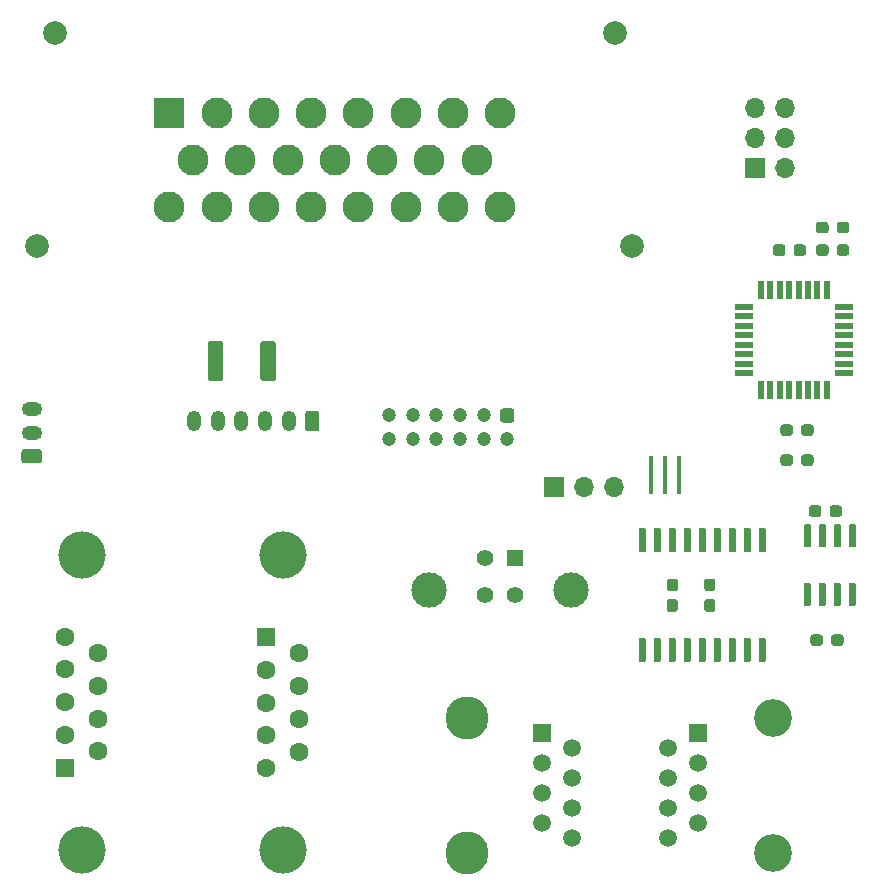
<source format=gbr>
G04 #@! TF.GenerationSoftware,KiCad,Pcbnew,5.1.5-52549c5~84~ubuntu18.04.1*
G04 #@! TF.CreationDate,2020-03-01T21:30:35-05:00*
G04 #@! TF.ProjectId,Port_Panel,506f7274-5f50-4616-9e65-6c2e6b696361,rev?*
G04 #@! TF.SameCoordinates,Original*
G04 #@! TF.FileFunction,Soldermask,Top*
G04 #@! TF.FilePolarity,Negative*
%FSLAX46Y46*%
G04 Gerber Fmt 4.6, Leading zero omitted, Abs format (unit mm)*
G04 Created by KiCad (PCBNEW 5.1.5-52549c5~84~ubuntu18.04.1) date 2020-03-01 21:30:35*
%MOMM*%
%LPD*%
G04 APERTURE LIST*
%ADD10C,0.100000*%
%ADD11O,1.700000X1.700000*%
%ADD12R,1.700000X1.700000*%
%ADD13C,1.500000*%
%ADD14R,1.500000X1.500000*%
%ADD15C,3.650000*%
%ADD16C,1.200000*%
%ADD17C,2.000000*%
%ADD18C,2.625000*%
%ADD19R,2.625000X2.625000*%
%ADD20C,1.400000*%
%ADD21C,3.000000*%
%ADD22R,1.400000X1.400000*%
%ADD23R,0.400000X3.200000*%
%ADD24R,0.550000X1.600000*%
%ADD25R,1.600000X0.550000*%
%ADD26C,3.200000*%
%ADD27O,1.200000X1.750000*%
%ADD28R,1.600000X1.600000*%
%ADD29C,1.600000*%
%ADD30C,4.000000*%
%ADD31O,1.750000X1.200000*%
G04 APERTURE END LIST*
D10*
G36*
X118595504Y-69929204D02*
G01*
X118619773Y-69932804D01*
X118643571Y-69938765D01*
X118666671Y-69947030D01*
X118688849Y-69957520D01*
X118709893Y-69970133D01*
X118729598Y-69984747D01*
X118747777Y-70001223D01*
X118764253Y-70019402D01*
X118778867Y-70039107D01*
X118791480Y-70060151D01*
X118801970Y-70082329D01*
X118810235Y-70105429D01*
X118816196Y-70129227D01*
X118819796Y-70153496D01*
X118821000Y-70178000D01*
X118821000Y-73078000D01*
X118819796Y-73102504D01*
X118816196Y-73126773D01*
X118810235Y-73150571D01*
X118801970Y-73173671D01*
X118791480Y-73195849D01*
X118778867Y-73216893D01*
X118764253Y-73236598D01*
X118747777Y-73254777D01*
X118729598Y-73271253D01*
X118709893Y-73285867D01*
X118688849Y-73298480D01*
X118666671Y-73308970D01*
X118643571Y-73317235D01*
X118619773Y-73323196D01*
X118595504Y-73326796D01*
X118571000Y-73328000D01*
X117771000Y-73328000D01*
X117746496Y-73326796D01*
X117722227Y-73323196D01*
X117698429Y-73317235D01*
X117675329Y-73308970D01*
X117653151Y-73298480D01*
X117632107Y-73285867D01*
X117612402Y-73271253D01*
X117594223Y-73254777D01*
X117577747Y-73236598D01*
X117563133Y-73216893D01*
X117550520Y-73195849D01*
X117540030Y-73173671D01*
X117531765Y-73150571D01*
X117525804Y-73126773D01*
X117522204Y-73102504D01*
X117521000Y-73078000D01*
X117521000Y-70178000D01*
X117522204Y-70153496D01*
X117525804Y-70129227D01*
X117531765Y-70105429D01*
X117540030Y-70082329D01*
X117550520Y-70060151D01*
X117563133Y-70039107D01*
X117577747Y-70019402D01*
X117594223Y-70001223D01*
X117612402Y-69984747D01*
X117632107Y-69970133D01*
X117653151Y-69957520D01*
X117675329Y-69947030D01*
X117698429Y-69938765D01*
X117722227Y-69932804D01*
X117746496Y-69929204D01*
X117771000Y-69928000D01*
X118571000Y-69928000D01*
X118595504Y-69929204D01*
G37*
G36*
X123045504Y-69929204D02*
G01*
X123069773Y-69932804D01*
X123093571Y-69938765D01*
X123116671Y-69947030D01*
X123138849Y-69957520D01*
X123159893Y-69970133D01*
X123179598Y-69984747D01*
X123197777Y-70001223D01*
X123214253Y-70019402D01*
X123228867Y-70039107D01*
X123241480Y-70060151D01*
X123251970Y-70082329D01*
X123260235Y-70105429D01*
X123266196Y-70129227D01*
X123269796Y-70153496D01*
X123271000Y-70178000D01*
X123271000Y-73078000D01*
X123269796Y-73102504D01*
X123266196Y-73126773D01*
X123260235Y-73150571D01*
X123251970Y-73173671D01*
X123241480Y-73195849D01*
X123228867Y-73216893D01*
X123214253Y-73236598D01*
X123197777Y-73254777D01*
X123179598Y-73271253D01*
X123159893Y-73285867D01*
X123138849Y-73298480D01*
X123116671Y-73308970D01*
X123093571Y-73317235D01*
X123069773Y-73323196D01*
X123045504Y-73326796D01*
X123021000Y-73328000D01*
X122221000Y-73328000D01*
X122196496Y-73326796D01*
X122172227Y-73323196D01*
X122148429Y-73317235D01*
X122125329Y-73308970D01*
X122103151Y-73298480D01*
X122082107Y-73285867D01*
X122062402Y-73271253D01*
X122044223Y-73254777D01*
X122027747Y-73236598D01*
X122013133Y-73216893D01*
X122000520Y-73195849D01*
X121990030Y-73173671D01*
X121981765Y-73150571D01*
X121975804Y-73126773D01*
X121972204Y-73102504D01*
X121971000Y-73078000D01*
X121971000Y-70178000D01*
X121972204Y-70153496D01*
X121975804Y-70129227D01*
X121981765Y-70105429D01*
X121990030Y-70082329D01*
X122000520Y-70060151D01*
X122013133Y-70039107D01*
X122027747Y-70019402D01*
X122044223Y-70001223D01*
X122062402Y-69984747D01*
X122082107Y-69970133D01*
X122103151Y-69957520D01*
X122125329Y-69947030D01*
X122148429Y-69938765D01*
X122172227Y-69932804D01*
X122196496Y-69929204D01*
X122221000Y-69928000D01*
X123021000Y-69928000D01*
X123045504Y-69929204D01*
G37*
D11*
X151892000Y-82296000D03*
X149352000Y-82296000D03*
D12*
X146812000Y-82296000D03*
D13*
X148336000Y-112014000D03*
X145796000Y-110744000D03*
X148336000Y-109474000D03*
X145796000Y-108204000D03*
X148336000Y-106934000D03*
X145796000Y-105664000D03*
X148336000Y-104394000D03*
D14*
X145796000Y-103124000D03*
D15*
X139446000Y-101854000D03*
X139446000Y-113284000D03*
D16*
X132875000Y-78232000D03*
X134875000Y-78232000D03*
X136875000Y-78232000D03*
X138875000Y-78232000D03*
X140875000Y-78232000D03*
X142875000Y-78232000D03*
X132875000Y-76232000D03*
X134875000Y-76232000D03*
X136875000Y-76232000D03*
X138875000Y-76232000D03*
X140875000Y-76232000D03*
D10*
G36*
X143249505Y-75633204D02*
G01*
X143273773Y-75636804D01*
X143297572Y-75642765D01*
X143320671Y-75651030D01*
X143342850Y-75661520D01*
X143363893Y-75674132D01*
X143383599Y-75688747D01*
X143401777Y-75705223D01*
X143418253Y-75723401D01*
X143432868Y-75743107D01*
X143445480Y-75764150D01*
X143455970Y-75786329D01*
X143464235Y-75809428D01*
X143470196Y-75833227D01*
X143473796Y-75857495D01*
X143475000Y-75881999D01*
X143475000Y-76582001D01*
X143473796Y-76606505D01*
X143470196Y-76630773D01*
X143464235Y-76654572D01*
X143455970Y-76677671D01*
X143445480Y-76699850D01*
X143432868Y-76720893D01*
X143418253Y-76740599D01*
X143401777Y-76758777D01*
X143383599Y-76775253D01*
X143363893Y-76789868D01*
X143342850Y-76802480D01*
X143320671Y-76812970D01*
X143297572Y-76821235D01*
X143273773Y-76827196D01*
X143249505Y-76830796D01*
X143225001Y-76832000D01*
X142524999Y-76832000D01*
X142500495Y-76830796D01*
X142476227Y-76827196D01*
X142452428Y-76821235D01*
X142429329Y-76812970D01*
X142407150Y-76802480D01*
X142386107Y-76789868D01*
X142366401Y-76775253D01*
X142348223Y-76758777D01*
X142331747Y-76740599D01*
X142317132Y-76720893D01*
X142304520Y-76699850D01*
X142294030Y-76677671D01*
X142285765Y-76654572D01*
X142279804Y-76630773D01*
X142276204Y-76606505D01*
X142275000Y-76582001D01*
X142275000Y-75881999D01*
X142276204Y-75857495D01*
X142279804Y-75833227D01*
X142285765Y-75809428D01*
X142294030Y-75786329D01*
X142304520Y-75764150D01*
X142317132Y-75743107D01*
X142331747Y-75723401D01*
X142348223Y-75705223D01*
X142366401Y-75688747D01*
X142386107Y-75674132D01*
X142407150Y-75661520D01*
X142429329Y-75651030D01*
X142452428Y-75642765D01*
X142476227Y-75636804D01*
X142500495Y-75633204D01*
X142524999Y-75632000D01*
X143225001Y-75632000D01*
X143249505Y-75633204D01*
G37*
D17*
X153470000Y-61910000D03*
X103070000Y-61910000D03*
X151970000Y-43810000D03*
D18*
X142270000Y-58610000D03*
X138270000Y-58610000D03*
X134270000Y-58610000D03*
X130270000Y-58610000D03*
X126270000Y-58610000D03*
X122270000Y-58610000D03*
X118270000Y-58610000D03*
X114270000Y-58610000D03*
X140270000Y-54610000D03*
X136270000Y-54610000D03*
X132270000Y-54610000D03*
X128270000Y-54610000D03*
X124270000Y-54610000D03*
X120270000Y-54610000D03*
X116270000Y-54610000D03*
X142270000Y-50610000D03*
X138270000Y-50610000D03*
X134270000Y-50610000D03*
X130270000Y-50610000D03*
X126270000Y-50610000D03*
X122270000Y-50610000D03*
X118270000Y-50610000D03*
D19*
X114270000Y-50610000D03*
D17*
X104570000Y-43810000D03*
D11*
X166370000Y-50165000D03*
X163830000Y-50165000D03*
X166370000Y-52705000D03*
X163830000Y-52705000D03*
X166370000Y-55245000D03*
D12*
X163830000Y-55245000D03*
D20*
X141010000Y-88265000D03*
D21*
X136240000Y-90975000D03*
D22*
X143510000Y-88265000D03*
D20*
X141010000Y-91465000D03*
X143510000Y-91465000D03*
D21*
X148280000Y-90975000D03*
D23*
X155010000Y-81280000D03*
X156210000Y-81280000D03*
X157410000Y-81280000D03*
D10*
G36*
X168439703Y-90400722D02*
G01*
X168454264Y-90402882D01*
X168468543Y-90406459D01*
X168482403Y-90411418D01*
X168495710Y-90417712D01*
X168508336Y-90425280D01*
X168520159Y-90434048D01*
X168531066Y-90443934D01*
X168540952Y-90454841D01*
X168549720Y-90466664D01*
X168557288Y-90479290D01*
X168563582Y-90492597D01*
X168568541Y-90506457D01*
X168572118Y-90520736D01*
X168574278Y-90535297D01*
X168575000Y-90550000D01*
X168575000Y-92200000D01*
X168574278Y-92214703D01*
X168572118Y-92229264D01*
X168568541Y-92243543D01*
X168563582Y-92257403D01*
X168557288Y-92270710D01*
X168549720Y-92283336D01*
X168540952Y-92295159D01*
X168531066Y-92306066D01*
X168520159Y-92315952D01*
X168508336Y-92324720D01*
X168495710Y-92332288D01*
X168482403Y-92338582D01*
X168468543Y-92343541D01*
X168454264Y-92347118D01*
X168439703Y-92349278D01*
X168425000Y-92350000D01*
X168125000Y-92350000D01*
X168110297Y-92349278D01*
X168095736Y-92347118D01*
X168081457Y-92343541D01*
X168067597Y-92338582D01*
X168054290Y-92332288D01*
X168041664Y-92324720D01*
X168029841Y-92315952D01*
X168018934Y-92306066D01*
X168009048Y-92295159D01*
X168000280Y-92283336D01*
X167992712Y-92270710D01*
X167986418Y-92257403D01*
X167981459Y-92243543D01*
X167977882Y-92229264D01*
X167975722Y-92214703D01*
X167975000Y-92200000D01*
X167975000Y-90550000D01*
X167975722Y-90535297D01*
X167977882Y-90520736D01*
X167981459Y-90506457D01*
X167986418Y-90492597D01*
X167992712Y-90479290D01*
X168000280Y-90466664D01*
X168009048Y-90454841D01*
X168018934Y-90443934D01*
X168029841Y-90434048D01*
X168041664Y-90425280D01*
X168054290Y-90417712D01*
X168067597Y-90411418D01*
X168081457Y-90406459D01*
X168095736Y-90402882D01*
X168110297Y-90400722D01*
X168125000Y-90400000D01*
X168425000Y-90400000D01*
X168439703Y-90400722D01*
G37*
G36*
X169709703Y-90400722D02*
G01*
X169724264Y-90402882D01*
X169738543Y-90406459D01*
X169752403Y-90411418D01*
X169765710Y-90417712D01*
X169778336Y-90425280D01*
X169790159Y-90434048D01*
X169801066Y-90443934D01*
X169810952Y-90454841D01*
X169819720Y-90466664D01*
X169827288Y-90479290D01*
X169833582Y-90492597D01*
X169838541Y-90506457D01*
X169842118Y-90520736D01*
X169844278Y-90535297D01*
X169845000Y-90550000D01*
X169845000Y-92200000D01*
X169844278Y-92214703D01*
X169842118Y-92229264D01*
X169838541Y-92243543D01*
X169833582Y-92257403D01*
X169827288Y-92270710D01*
X169819720Y-92283336D01*
X169810952Y-92295159D01*
X169801066Y-92306066D01*
X169790159Y-92315952D01*
X169778336Y-92324720D01*
X169765710Y-92332288D01*
X169752403Y-92338582D01*
X169738543Y-92343541D01*
X169724264Y-92347118D01*
X169709703Y-92349278D01*
X169695000Y-92350000D01*
X169395000Y-92350000D01*
X169380297Y-92349278D01*
X169365736Y-92347118D01*
X169351457Y-92343541D01*
X169337597Y-92338582D01*
X169324290Y-92332288D01*
X169311664Y-92324720D01*
X169299841Y-92315952D01*
X169288934Y-92306066D01*
X169279048Y-92295159D01*
X169270280Y-92283336D01*
X169262712Y-92270710D01*
X169256418Y-92257403D01*
X169251459Y-92243543D01*
X169247882Y-92229264D01*
X169245722Y-92214703D01*
X169245000Y-92200000D01*
X169245000Y-90550000D01*
X169245722Y-90535297D01*
X169247882Y-90520736D01*
X169251459Y-90506457D01*
X169256418Y-90492597D01*
X169262712Y-90479290D01*
X169270280Y-90466664D01*
X169279048Y-90454841D01*
X169288934Y-90443934D01*
X169299841Y-90434048D01*
X169311664Y-90425280D01*
X169324290Y-90417712D01*
X169337597Y-90411418D01*
X169351457Y-90406459D01*
X169365736Y-90402882D01*
X169380297Y-90400722D01*
X169395000Y-90400000D01*
X169695000Y-90400000D01*
X169709703Y-90400722D01*
G37*
G36*
X170979703Y-90400722D02*
G01*
X170994264Y-90402882D01*
X171008543Y-90406459D01*
X171022403Y-90411418D01*
X171035710Y-90417712D01*
X171048336Y-90425280D01*
X171060159Y-90434048D01*
X171071066Y-90443934D01*
X171080952Y-90454841D01*
X171089720Y-90466664D01*
X171097288Y-90479290D01*
X171103582Y-90492597D01*
X171108541Y-90506457D01*
X171112118Y-90520736D01*
X171114278Y-90535297D01*
X171115000Y-90550000D01*
X171115000Y-92200000D01*
X171114278Y-92214703D01*
X171112118Y-92229264D01*
X171108541Y-92243543D01*
X171103582Y-92257403D01*
X171097288Y-92270710D01*
X171089720Y-92283336D01*
X171080952Y-92295159D01*
X171071066Y-92306066D01*
X171060159Y-92315952D01*
X171048336Y-92324720D01*
X171035710Y-92332288D01*
X171022403Y-92338582D01*
X171008543Y-92343541D01*
X170994264Y-92347118D01*
X170979703Y-92349278D01*
X170965000Y-92350000D01*
X170665000Y-92350000D01*
X170650297Y-92349278D01*
X170635736Y-92347118D01*
X170621457Y-92343541D01*
X170607597Y-92338582D01*
X170594290Y-92332288D01*
X170581664Y-92324720D01*
X170569841Y-92315952D01*
X170558934Y-92306066D01*
X170549048Y-92295159D01*
X170540280Y-92283336D01*
X170532712Y-92270710D01*
X170526418Y-92257403D01*
X170521459Y-92243543D01*
X170517882Y-92229264D01*
X170515722Y-92214703D01*
X170515000Y-92200000D01*
X170515000Y-90550000D01*
X170515722Y-90535297D01*
X170517882Y-90520736D01*
X170521459Y-90506457D01*
X170526418Y-90492597D01*
X170532712Y-90479290D01*
X170540280Y-90466664D01*
X170549048Y-90454841D01*
X170558934Y-90443934D01*
X170569841Y-90434048D01*
X170581664Y-90425280D01*
X170594290Y-90417712D01*
X170607597Y-90411418D01*
X170621457Y-90406459D01*
X170635736Y-90402882D01*
X170650297Y-90400722D01*
X170665000Y-90400000D01*
X170965000Y-90400000D01*
X170979703Y-90400722D01*
G37*
G36*
X172249703Y-90400722D02*
G01*
X172264264Y-90402882D01*
X172278543Y-90406459D01*
X172292403Y-90411418D01*
X172305710Y-90417712D01*
X172318336Y-90425280D01*
X172330159Y-90434048D01*
X172341066Y-90443934D01*
X172350952Y-90454841D01*
X172359720Y-90466664D01*
X172367288Y-90479290D01*
X172373582Y-90492597D01*
X172378541Y-90506457D01*
X172382118Y-90520736D01*
X172384278Y-90535297D01*
X172385000Y-90550000D01*
X172385000Y-92200000D01*
X172384278Y-92214703D01*
X172382118Y-92229264D01*
X172378541Y-92243543D01*
X172373582Y-92257403D01*
X172367288Y-92270710D01*
X172359720Y-92283336D01*
X172350952Y-92295159D01*
X172341066Y-92306066D01*
X172330159Y-92315952D01*
X172318336Y-92324720D01*
X172305710Y-92332288D01*
X172292403Y-92338582D01*
X172278543Y-92343541D01*
X172264264Y-92347118D01*
X172249703Y-92349278D01*
X172235000Y-92350000D01*
X171935000Y-92350000D01*
X171920297Y-92349278D01*
X171905736Y-92347118D01*
X171891457Y-92343541D01*
X171877597Y-92338582D01*
X171864290Y-92332288D01*
X171851664Y-92324720D01*
X171839841Y-92315952D01*
X171828934Y-92306066D01*
X171819048Y-92295159D01*
X171810280Y-92283336D01*
X171802712Y-92270710D01*
X171796418Y-92257403D01*
X171791459Y-92243543D01*
X171787882Y-92229264D01*
X171785722Y-92214703D01*
X171785000Y-92200000D01*
X171785000Y-90550000D01*
X171785722Y-90535297D01*
X171787882Y-90520736D01*
X171791459Y-90506457D01*
X171796418Y-90492597D01*
X171802712Y-90479290D01*
X171810280Y-90466664D01*
X171819048Y-90454841D01*
X171828934Y-90443934D01*
X171839841Y-90434048D01*
X171851664Y-90425280D01*
X171864290Y-90417712D01*
X171877597Y-90411418D01*
X171891457Y-90406459D01*
X171905736Y-90402882D01*
X171920297Y-90400722D01*
X171935000Y-90400000D01*
X172235000Y-90400000D01*
X172249703Y-90400722D01*
G37*
G36*
X172249703Y-85450722D02*
G01*
X172264264Y-85452882D01*
X172278543Y-85456459D01*
X172292403Y-85461418D01*
X172305710Y-85467712D01*
X172318336Y-85475280D01*
X172330159Y-85484048D01*
X172341066Y-85493934D01*
X172350952Y-85504841D01*
X172359720Y-85516664D01*
X172367288Y-85529290D01*
X172373582Y-85542597D01*
X172378541Y-85556457D01*
X172382118Y-85570736D01*
X172384278Y-85585297D01*
X172385000Y-85600000D01*
X172385000Y-87250000D01*
X172384278Y-87264703D01*
X172382118Y-87279264D01*
X172378541Y-87293543D01*
X172373582Y-87307403D01*
X172367288Y-87320710D01*
X172359720Y-87333336D01*
X172350952Y-87345159D01*
X172341066Y-87356066D01*
X172330159Y-87365952D01*
X172318336Y-87374720D01*
X172305710Y-87382288D01*
X172292403Y-87388582D01*
X172278543Y-87393541D01*
X172264264Y-87397118D01*
X172249703Y-87399278D01*
X172235000Y-87400000D01*
X171935000Y-87400000D01*
X171920297Y-87399278D01*
X171905736Y-87397118D01*
X171891457Y-87393541D01*
X171877597Y-87388582D01*
X171864290Y-87382288D01*
X171851664Y-87374720D01*
X171839841Y-87365952D01*
X171828934Y-87356066D01*
X171819048Y-87345159D01*
X171810280Y-87333336D01*
X171802712Y-87320710D01*
X171796418Y-87307403D01*
X171791459Y-87293543D01*
X171787882Y-87279264D01*
X171785722Y-87264703D01*
X171785000Y-87250000D01*
X171785000Y-85600000D01*
X171785722Y-85585297D01*
X171787882Y-85570736D01*
X171791459Y-85556457D01*
X171796418Y-85542597D01*
X171802712Y-85529290D01*
X171810280Y-85516664D01*
X171819048Y-85504841D01*
X171828934Y-85493934D01*
X171839841Y-85484048D01*
X171851664Y-85475280D01*
X171864290Y-85467712D01*
X171877597Y-85461418D01*
X171891457Y-85456459D01*
X171905736Y-85452882D01*
X171920297Y-85450722D01*
X171935000Y-85450000D01*
X172235000Y-85450000D01*
X172249703Y-85450722D01*
G37*
G36*
X170979703Y-85450722D02*
G01*
X170994264Y-85452882D01*
X171008543Y-85456459D01*
X171022403Y-85461418D01*
X171035710Y-85467712D01*
X171048336Y-85475280D01*
X171060159Y-85484048D01*
X171071066Y-85493934D01*
X171080952Y-85504841D01*
X171089720Y-85516664D01*
X171097288Y-85529290D01*
X171103582Y-85542597D01*
X171108541Y-85556457D01*
X171112118Y-85570736D01*
X171114278Y-85585297D01*
X171115000Y-85600000D01*
X171115000Y-87250000D01*
X171114278Y-87264703D01*
X171112118Y-87279264D01*
X171108541Y-87293543D01*
X171103582Y-87307403D01*
X171097288Y-87320710D01*
X171089720Y-87333336D01*
X171080952Y-87345159D01*
X171071066Y-87356066D01*
X171060159Y-87365952D01*
X171048336Y-87374720D01*
X171035710Y-87382288D01*
X171022403Y-87388582D01*
X171008543Y-87393541D01*
X170994264Y-87397118D01*
X170979703Y-87399278D01*
X170965000Y-87400000D01*
X170665000Y-87400000D01*
X170650297Y-87399278D01*
X170635736Y-87397118D01*
X170621457Y-87393541D01*
X170607597Y-87388582D01*
X170594290Y-87382288D01*
X170581664Y-87374720D01*
X170569841Y-87365952D01*
X170558934Y-87356066D01*
X170549048Y-87345159D01*
X170540280Y-87333336D01*
X170532712Y-87320710D01*
X170526418Y-87307403D01*
X170521459Y-87293543D01*
X170517882Y-87279264D01*
X170515722Y-87264703D01*
X170515000Y-87250000D01*
X170515000Y-85600000D01*
X170515722Y-85585297D01*
X170517882Y-85570736D01*
X170521459Y-85556457D01*
X170526418Y-85542597D01*
X170532712Y-85529290D01*
X170540280Y-85516664D01*
X170549048Y-85504841D01*
X170558934Y-85493934D01*
X170569841Y-85484048D01*
X170581664Y-85475280D01*
X170594290Y-85467712D01*
X170607597Y-85461418D01*
X170621457Y-85456459D01*
X170635736Y-85452882D01*
X170650297Y-85450722D01*
X170665000Y-85450000D01*
X170965000Y-85450000D01*
X170979703Y-85450722D01*
G37*
G36*
X169709703Y-85450722D02*
G01*
X169724264Y-85452882D01*
X169738543Y-85456459D01*
X169752403Y-85461418D01*
X169765710Y-85467712D01*
X169778336Y-85475280D01*
X169790159Y-85484048D01*
X169801066Y-85493934D01*
X169810952Y-85504841D01*
X169819720Y-85516664D01*
X169827288Y-85529290D01*
X169833582Y-85542597D01*
X169838541Y-85556457D01*
X169842118Y-85570736D01*
X169844278Y-85585297D01*
X169845000Y-85600000D01*
X169845000Y-87250000D01*
X169844278Y-87264703D01*
X169842118Y-87279264D01*
X169838541Y-87293543D01*
X169833582Y-87307403D01*
X169827288Y-87320710D01*
X169819720Y-87333336D01*
X169810952Y-87345159D01*
X169801066Y-87356066D01*
X169790159Y-87365952D01*
X169778336Y-87374720D01*
X169765710Y-87382288D01*
X169752403Y-87388582D01*
X169738543Y-87393541D01*
X169724264Y-87397118D01*
X169709703Y-87399278D01*
X169695000Y-87400000D01*
X169395000Y-87400000D01*
X169380297Y-87399278D01*
X169365736Y-87397118D01*
X169351457Y-87393541D01*
X169337597Y-87388582D01*
X169324290Y-87382288D01*
X169311664Y-87374720D01*
X169299841Y-87365952D01*
X169288934Y-87356066D01*
X169279048Y-87345159D01*
X169270280Y-87333336D01*
X169262712Y-87320710D01*
X169256418Y-87307403D01*
X169251459Y-87293543D01*
X169247882Y-87279264D01*
X169245722Y-87264703D01*
X169245000Y-87250000D01*
X169245000Y-85600000D01*
X169245722Y-85585297D01*
X169247882Y-85570736D01*
X169251459Y-85556457D01*
X169256418Y-85542597D01*
X169262712Y-85529290D01*
X169270280Y-85516664D01*
X169279048Y-85504841D01*
X169288934Y-85493934D01*
X169299841Y-85484048D01*
X169311664Y-85475280D01*
X169324290Y-85467712D01*
X169337597Y-85461418D01*
X169351457Y-85456459D01*
X169365736Y-85452882D01*
X169380297Y-85450722D01*
X169395000Y-85450000D01*
X169695000Y-85450000D01*
X169709703Y-85450722D01*
G37*
G36*
X168439703Y-85450722D02*
G01*
X168454264Y-85452882D01*
X168468543Y-85456459D01*
X168482403Y-85461418D01*
X168495710Y-85467712D01*
X168508336Y-85475280D01*
X168520159Y-85484048D01*
X168531066Y-85493934D01*
X168540952Y-85504841D01*
X168549720Y-85516664D01*
X168557288Y-85529290D01*
X168563582Y-85542597D01*
X168568541Y-85556457D01*
X168572118Y-85570736D01*
X168574278Y-85585297D01*
X168575000Y-85600000D01*
X168575000Y-87250000D01*
X168574278Y-87264703D01*
X168572118Y-87279264D01*
X168568541Y-87293543D01*
X168563582Y-87307403D01*
X168557288Y-87320710D01*
X168549720Y-87333336D01*
X168540952Y-87345159D01*
X168531066Y-87356066D01*
X168520159Y-87365952D01*
X168508336Y-87374720D01*
X168495710Y-87382288D01*
X168482403Y-87388582D01*
X168468543Y-87393541D01*
X168454264Y-87397118D01*
X168439703Y-87399278D01*
X168425000Y-87400000D01*
X168125000Y-87400000D01*
X168110297Y-87399278D01*
X168095736Y-87397118D01*
X168081457Y-87393541D01*
X168067597Y-87388582D01*
X168054290Y-87382288D01*
X168041664Y-87374720D01*
X168029841Y-87365952D01*
X168018934Y-87356066D01*
X168009048Y-87345159D01*
X168000280Y-87333336D01*
X167992712Y-87320710D01*
X167986418Y-87307403D01*
X167981459Y-87293543D01*
X167977882Y-87279264D01*
X167975722Y-87264703D01*
X167975000Y-87250000D01*
X167975000Y-85600000D01*
X167975722Y-85585297D01*
X167977882Y-85570736D01*
X167981459Y-85556457D01*
X167986418Y-85542597D01*
X167992712Y-85529290D01*
X168000280Y-85516664D01*
X168009048Y-85504841D01*
X168018934Y-85493934D01*
X168029841Y-85484048D01*
X168041664Y-85475280D01*
X168054290Y-85467712D01*
X168067597Y-85461418D01*
X168081457Y-85456459D01*
X168095736Y-85452882D01*
X168110297Y-85450722D01*
X168125000Y-85450000D01*
X168425000Y-85450000D01*
X168439703Y-85450722D01*
G37*
G36*
X164629703Y-85765722D02*
G01*
X164644264Y-85767882D01*
X164658543Y-85771459D01*
X164672403Y-85776418D01*
X164685710Y-85782712D01*
X164698336Y-85790280D01*
X164710159Y-85799048D01*
X164721066Y-85808934D01*
X164730952Y-85819841D01*
X164739720Y-85831664D01*
X164747288Y-85844290D01*
X164753582Y-85857597D01*
X164758541Y-85871457D01*
X164762118Y-85885736D01*
X164764278Y-85900297D01*
X164765000Y-85915000D01*
X164765000Y-87665000D01*
X164764278Y-87679703D01*
X164762118Y-87694264D01*
X164758541Y-87708543D01*
X164753582Y-87722403D01*
X164747288Y-87735710D01*
X164739720Y-87748336D01*
X164730952Y-87760159D01*
X164721066Y-87771066D01*
X164710159Y-87780952D01*
X164698336Y-87789720D01*
X164685710Y-87797288D01*
X164672403Y-87803582D01*
X164658543Y-87808541D01*
X164644264Y-87812118D01*
X164629703Y-87814278D01*
X164615000Y-87815000D01*
X164315000Y-87815000D01*
X164300297Y-87814278D01*
X164285736Y-87812118D01*
X164271457Y-87808541D01*
X164257597Y-87803582D01*
X164244290Y-87797288D01*
X164231664Y-87789720D01*
X164219841Y-87780952D01*
X164208934Y-87771066D01*
X164199048Y-87760159D01*
X164190280Y-87748336D01*
X164182712Y-87735710D01*
X164176418Y-87722403D01*
X164171459Y-87708543D01*
X164167882Y-87694264D01*
X164165722Y-87679703D01*
X164165000Y-87665000D01*
X164165000Y-85915000D01*
X164165722Y-85900297D01*
X164167882Y-85885736D01*
X164171459Y-85871457D01*
X164176418Y-85857597D01*
X164182712Y-85844290D01*
X164190280Y-85831664D01*
X164199048Y-85819841D01*
X164208934Y-85808934D01*
X164219841Y-85799048D01*
X164231664Y-85790280D01*
X164244290Y-85782712D01*
X164257597Y-85776418D01*
X164271457Y-85771459D01*
X164285736Y-85767882D01*
X164300297Y-85765722D01*
X164315000Y-85765000D01*
X164615000Y-85765000D01*
X164629703Y-85765722D01*
G37*
G36*
X163359703Y-85765722D02*
G01*
X163374264Y-85767882D01*
X163388543Y-85771459D01*
X163402403Y-85776418D01*
X163415710Y-85782712D01*
X163428336Y-85790280D01*
X163440159Y-85799048D01*
X163451066Y-85808934D01*
X163460952Y-85819841D01*
X163469720Y-85831664D01*
X163477288Y-85844290D01*
X163483582Y-85857597D01*
X163488541Y-85871457D01*
X163492118Y-85885736D01*
X163494278Y-85900297D01*
X163495000Y-85915000D01*
X163495000Y-87665000D01*
X163494278Y-87679703D01*
X163492118Y-87694264D01*
X163488541Y-87708543D01*
X163483582Y-87722403D01*
X163477288Y-87735710D01*
X163469720Y-87748336D01*
X163460952Y-87760159D01*
X163451066Y-87771066D01*
X163440159Y-87780952D01*
X163428336Y-87789720D01*
X163415710Y-87797288D01*
X163402403Y-87803582D01*
X163388543Y-87808541D01*
X163374264Y-87812118D01*
X163359703Y-87814278D01*
X163345000Y-87815000D01*
X163045000Y-87815000D01*
X163030297Y-87814278D01*
X163015736Y-87812118D01*
X163001457Y-87808541D01*
X162987597Y-87803582D01*
X162974290Y-87797288D01*
X162961664Y-87789720D01*
X162949841Y-87780952D01*
X162938934Y-87771066D01*
X162929048Y-87760159D01*
X162920280Y-87748336D01*
X162912712Y-87735710D01*
X162906418Y-87722403D01*
X162901459Y-87708543D01*
X162897882Y-87694264D01*
X162895722Y-87679703D01*
X162895000Y-87665000D01*
X162895000Y-85915000D01*
X162895722Y-85900297D01*
X162897882Y-85885736D01*
X162901459Y-85871457D01*
X162906418Y-85857597D01*
X162912712Y-85844290D01*
X162920280Y-85831664D01*
X162929048Y-85819841D01*
X162938934Y-85808934D01*
X162949841Y-85799048D01*
X162961664Y-85790280D01*
X162974290Y-85782712D01*
X162987597Y-85776418D01*
X163001457Y-85771459D01*
X163015736Y-85767882D01*
X163030297Y-85765722D01*
X163045000Y-85765000D01*
X163345000Y-85765000D01*
X163359703Y-85765722D01*
G37*
G36*
X162089703Y-85765722D02*
G01*
X162104264Y-85767882D01*
X162118543Y-85771459D01*
X162132403Y-85776418D01*
X162145710Y-85782712D01*
X162158336Y-85790280D01*
X162170159Y-85799048D01*
X162181066Y-85808934D01*
X162190952Y-85819841D01*
X162199720Y-85831664D01*
X162207288Y-85844290D01*
X162213582Y-85857597D01*
X162218541Y-85871457D01*
X162222118Y-85885736D01*
X162224278Y-85900297D01*
X162225000Y-85915000D01*
X162225000Y-87665000D01*
X162224278Y-87679703D01*
X162222118Y-87694264D01*
X162218541Y-87708543D01*
X162213582Y-87722403D01*
X162207288Y-87735710D01*
X162199720Y-87748336D01*
X162190952Y-87760159D01*
X162181066Y-87771066D01*
X162170159Y-87780952D01*
X162158336Y-87789720D01*
X162145710Y-87797288D01*
X162132403Y-87803582D01*
X162118543Y-87808541D01*
X162104264Y-87812118D01*
X162089703Y-87814278D01*
X162075000Y-87815000D01*
X161775000Y-87815000D01*
X161760297Y-87814278D01*
X161745736Y-87812118D01*
X161731457Y-87808541D01*
X161717597Y-87803582D01*
X161704290Y-87797288D01*
X161691664Y-87789720D01*
X161679841Y-87780952D01*
X161668934Y-87771066D01*
X161659048Y-87760159D01*
X161650280Y-87748336D01*
X161642712Y-87735710D01*
X161636418Y-87722403D01*
X161631459Y-87708543D01*
X161627882Y-87694264D01*
X161625722Y-87679703D01*
X161625000Y-87665000D01*
X161625000Y-85915000D01*
X161625722Y-85900297D01*
X161627882Y-85885736D01*
X161631459Y-85871457D01*
X161636418Y-85857597D01*
X161642712Y-85844290D01*
X161650280Y-85831664D01*
X161659048Y-85819841D01*
X161668934Y-85808934D01*
X161679841Y-85799048D01*
X161691664Y-85790280D01*
X161704290Y-85782712D01*
X161717597Y-85776418D01*
X161731457Y-85771459D01*
X161745736Y-85767882D01*
X161760297Y-85765722D01*
X161775000Y-85765000D01*
X162075000Y-85765000D01*
X162089703Y-85765722D01*
G37*
G36*
X160819703Y-85765722D02*
G01*
X160834264Y-85767882D01*
X160848543Y-85771459D01*
X160862403Y-85776418D01*
X160875710Y-85782712D01*
X160888336Y-85790280D01*
X160900159Y-85799048D01*
X160911066Y-85808934D01*
X160920952Y-85819841D01*
X160929720Y-85831664D01*
X160937288Y-85844290D01*
X160943582Y-85857597D01*
X160948541Y-85871457D01*
X160952118Y-85885736D01*
X160954278Y-85900297D01*
X160955000Y-85915000D01*
X160955000Y-87665000D01*
X160954278Y-87679703D01*
X160952118Y-87694264D01*
X160948541Y-87708543D01*
X160943582Y-87722403D01*
X160937288Y-87735710D01*
X160929720Y-87748336D01*
X160920952Y-87760159D01*
X160911066Y-87771066D01*
X160900159Y-87780952D01*
X160888336Y-87789720D01*
X160875710Y-87797288D01*
X160862403Y-87803582D01*
X160848543Y-87808541D01*
X160834264Y-87812118D01*
X160819703Y-87814278D01*
X160805000Y-87815000D01*
X160505000Y-87815000D01*
X160490297Y-87814278D01*
X160475736Y-87812118D01*
X160461457Y-87808541D01*
X160447597Y-87803582D01*
X160434290Y-87797288D01*
X160421664Y-87789720D01*
X160409841Y-87780952D01*
X160398934Y-87771066D01*
X160389048Y-87760159D01*
X160380280Y-87748336D01*
X160372712Y-87735710D01*
X160366418Y-87722403D01*
X160361459Y-87708543D01*
X160357882Y-87694264D01*
X160355722Y-87679703D01*
X160355000Y-87665000D01*
X160355000Y-85915000D01*
X160355722Y-85900297D01*
X160357882Y-85885736D01*
X160361459Y-85871457D01*
X160366418Y-85857597D01*
X160372712Y-85844290D01*
X160380280Y-85831664D01*
X160389048Y-85819841D01*
X160398934Y-85808934D01*
X160409841Y-85799048D01*
X160421664Y-85790280D01*
X160434290Y-85782712D01*
X160447597Y-85776418D01*
X160461457Y-85771459D01*
X160475736Y-85767882D01*
X160490297Y-85765722D01*
X160505000Y-85765000D01*
X160805000Y-85765000D01*
X160819703Y-85765722D01*
G37*
G36*
X159549703Y-85765722D02*
G01*
X159564264Y-85767882D01*
X159578543Y-85771459D01*
X159592403Y-85776418D01*
X159605710Y-85782712D01*
X159618336Y-85790280D01*
X159630159Y-85799048D01*
X159641066Y-85808934D01*
X159650952Y-85819841D01*
X159659720Y-85831664D01*
X159667288Y-85844290D01*
X159673582Y-85857597D01*
X159678541Y-85871457D01*
X159682118Y-85885736D01*
X159684278Y-85900297D01*
X159685000Y-85915000D01*
X159685000Y-87665000D01*
X159684278Y-87679703D01*
X159682118Y-87694264D01*
X159678541Y-87708543D01*
X159673582Y-87722403D01*
X159667288Y-87735710D01*
X159659720Y-87748336D01*
X159650952Y-87760159D01*
X159641066Y-87771066D01*
X159630159Y-87780952D01*
X159618336Y-87789720D01*
X159605710Y-87797288D01*
X159592403Y-87803582D01*
X159578543Y-87808541D01*
X159564264Y-87812118D01*
X159549703Y-87814278D01*
X159535000Y-87815000D01*
X159235000Y-87815000D01*
X159220297Y-87814278D01*
X159205736Y-87812118D01*
X159191457Y-87808541D01*
X159177597Y-87803582D01*
X159164290Y-87797288D01*
X159151664Y-87789720D01*
X159139841Y-87780952D01*
X159128934Y-87771066D01*
X159119048Y-87760159D01*
X159110280Y-87748336D01*
X159102712Y-87735710D01*
X159096418Y-87722403D01*
X159091459Y-87708543D01*
X159087882Y-87694264D01*
X159085722Y-87679703D01*
X159085000Y-87665000D01*
X159085000Y-85915000D01*
X159085722Y-85900297D01*
X159087882Y-85885736D01*
X159091459Y-85871457D01*
X159096418Y-85857597D01*
X159102712Y-85844290D01*
X159110280Y-85831664D01*
X159119048Y-85819841D01*
X159128934Y-85808934D01*
X159139841Y-85799048D01*
X159151664Y-85790280D01*
X159164290Y-85782712D01*
X159177597Y-85776418D01*
X159191457Y-85771459D01*
X159205736Y-85767882D01*
X159220297Y-85765722D01*
X159235000Y-85765000D01*
X159535000Y-85765000D01*
X159549703Y-85765722D01*
G37*
G36*
X158279703Y-85765722D02*
G01*
X158294264Y-85767882D01*
X158308543Y-85771459D01*
X158322403Y-85776418D01*
X158335710Y-85782712D01*
X158348336Y-85790280D01*
X158360159Y-85799048D01*
X158371066Y-85808934D01*
X158380952Y-85819841D01*
X158389720Y-85831664D01*
X158397288Y-85844290D01*
X158403582Y-85857597D01*
X158408541Y-85871457D01*
X158412118Y-85885736D01*
X158414278Y-85900297D01*
X158415000Y-85915000D01*
X158415000Y-87665000D01*
X158414278Y-87679703D01*
X158412118Y-87694264D01*
X158408541Y-87708543D01*
X158403582Y-87722403D01*
X158397288Y-87735710D01*
X158389720Y-87748336D01*
X158380952Y-87760159D01*
X158371066Y-87771066D01*
X158360159Y-87780952D01*
X158348336Y-87789720D01*
X158335710Y-87797288D01*
X158322403Y-87803582D01*
X158308543Y-87808541D01*
X158294264Y-87812118D01*
X158279703Y-87814278D01*
X158265000Y-87815000D01*
X157965000Y-87815000D01*
X157950297Y-87814278D01*
X157935736Y-87812118D01*
X157921457Y-87808541D01*
X157907597Y-87803582D01*
X157894290Y-87797288D01*
X157881664Y-87789720D01*
X157869841Y-87780952D01*
X157858934Y-87771066D01*
X157849048Y-87760159D01*
X157840280Y-87748336D01*
X157832712Y-87735710D01*
X157826418Y-87722403D01*
X157821459Y-87708543D01*
X157817882Y-87694264D01*
X157815722Y-87679703D01*
X157815000Y-87665000D01*
X157815000Y-85915000D01*
X157815722Y-85900297D01*
X157817882Y-85885736D01*
X157821459Y-85871457D01*
X157826418Y-85857597D01*
X157832712Y-85844290D01*
X157840280Y-85831664D01*
X157849048Y-85819841D01*
X157858934Y-85808934D01*
X157869841Y-85799048D01*
X157881664Y-85790280D01*
X157894290Y-85782712D01*
X157907597Y-85776418D01*
X157921457Y-85771459D01*
X157935736Y-85767882D01*
X157950297Y-85765722D01*
X157965000Y-85765000D01*
X158265000Y-85765000D01*
X158279703Y-85765722D01*
G37*
G36*
X157009703Y-85765722D02*
G01*
X157024264Y-85767882D01*
X157038543Y-85771459D01*
X157052403Y-85776418D01*
X157065710Y-85782712D01*
X157078336Y-85790280D01*
X157090159Y-85799048D01*
X157101066Y-85808934D01*
X157110952Y-85819841D01*
X157119720Y-85831664D01*
X157127288Y-85844290D01*
X157133582Y-85857597D01*
X157138541Y-85871457D01*
X157142118Y-85885736D01*
X157144278Y-85900297D01*
X157145000Y-85915000D01*
X157145000Y-87665000D01*
X157144278Y-87679703D01*
X157142118Y-87694264D01*
X157138541Y-87708543D01*
X157133582Y-87722403D01*
X157127288Y-87735710D01*
X157119720Y-87748336D01*
X157110952Y-87760159D01*
X157101066Y-87771066D01*
X157090159Y-87780952D01*
X157078336Y-87789720D01*
X157065710Y-87797288D01*
X157052403Y-87803582D01*
X157038543Y-87808541D01*
X157024264Y-87812118D01*
X157009703Y-87814278D01*
X156995000Y-87815000D01*
X156695000Y-87815000D01*
X156680297Y-87814278D01*
X156665736Y-87812118D01*
X156651457Y-87808541D01*
X156637597Y-87803582D01*
X156624290Y-87797288D01*
X156611664Y-87789720D01*
X156599841Y-87780952D01*
X156588934Y-87771066D01*
X156579048Y-87760159D01*
X156570280Y-87748336D01*
X156562712Y-87735710D01*
X156556418Y-87722403D01*
X156551459Y-87708543D01*
X156547882Y-87694264D01*
X156545722Y-87679703D01*
X156545000Y-87665000D01*
X156545000Y-85915000D01*
X156545722Y-85900297D01*
X156547882Y-85885736D01*
X156551459Y-85871457D01*
X156556418Y-85857597D01*
X156562712Y-85844290D01*
X156570280Y-85831664D01*
X156579048Y-85819841D01*
X156588934Y-85808934D01*
X156599841Y-85799048D01*
X156611664Y-85790280D01*
X156624290Y-85782712D01*
X156637597Y-85776418D01*
X156651457Y-85771459D01*
X156665736Y-85767882D01*
X156680297Y-85765722D01*
X156695000Y-85765000D01*
X156995000Y-85765000D01*
X157009703Y-85765722D01*
G37*
G36*
X155739703Y-85765722D02*
G01*
X155754264Y-85767882D01*
X155768543Y-85771459D01*
X155782403Y-85776418D01*
X155795710Y-85782712D01*
X155808336Y-85790280D01*
X155820159Y-85799048D01*
X155831066Y-85808934D01*
X155840952Y-85819841D01*
X155849720Y-85831664D01*
X155857288Y-85844290D01*
X155863582Y-85857597D01*
X155868541Y-85871457D01*
X155872118Y-85885736D01*
X155874278Y-85900297D01*
X155875000Y-85915000D01*
X155875000Y-87665000D01*
X155874278Y-87679703D01*
X155872118Y-87694264D01*
X155868541Y-87708543D01*
X155863582Y-87722403D01*
X155857288Y-87735710D01*
X155849720Y-87748336D01*
X155840952Y-87760159D01*
X155831066Y-87771066D01*
X155820159Y-87780952D01*
X155808336Y-87789720D01*
X155795710Y-87797288D01*
X155782403Y-87803582D01*
X155768543Y-87808541D01*
X155754264Y-87812118D01*
X155739703Y-87814278D01*
X155725000Y-87815000D01*
X155425000Y-87815000D01*
X155410297Y-87814278D01*
X155395736Y-87812118D01*
X155381457Y-87808541D01*
X155367597Y-87803582D01*
X155354290Y-87797288D01*
X155341664Y-87789720D01*
X155329841Y-87780952D01*
X155318934Y-87771066D01*
X155309048Y-87760159D01*
X155300280Y-87748336D01*
X155292712Y-87735710D01*
X155286418Y-87722403D01*
X155281459Y-87708543D01*
X155277882Y-87694264D01*
X155275722Y-87679703D01*
X155275000Y-87665000D01*
X155275000Y-85915000D01*
X155275722Y-85900297D01*
X155277882Y-85885736D01*
X155281459Y-85871457D01*
X155286418Y-85857597D01*
X155292712Y-85844290D01*
X155300280Y-85831664D01*
X155309048Y-85819841D01*
X155318934Y-85808934D01*
X155329841Y-85799048D01*
X155341664Y-85790280D01*
X155354290Y-85782712D01*
X155367597Y-85776418D01*
X155381457Y-85771459D01*
X155395736Y-85767882D01*
X155410297Y-85765722D01*
X155425000Y-85765000D01*
X155725000Y-85765000D01*
X155739703Y-85765722D01*
G37*
G36*
X154469703Y-85765722D02*
G01*
X154484264Y-85767882D01*
X154498543Y-85771459D01*
X154512403Y-85776418D01*
X154525710Y-85782712D01*
X154538336Y-85790280D01*
X154550159Y-85799048D01*
X154561066Y-85808934D01*
X154570952Y-85819841D01*
X154579720Y-85831664D01*
X154587288Y-85844290D01*
X154593582Y-85857597D01*
X154598541Y-85871457D01*
X154602118Y-85885736D01*
X154604278Y-85900297D01*
X154605000Y-85915000D01*
X154605000Y-87665000D01*
X154604278Y-87679703D01*
X154602118Y-87694264D01*
X154598541Y-87708543D01*
X154593582Y-87722403D01*
X154587288Y-87735710D01*
X154579720Y-87748336D01*
X154570952Y-87760159D01*
X154561066Y-87771066D01*
X154550159Y-87780952D01*
X154538336Y-87789720D01*
X154525710Y-87797288D01*
X154512403Y-87803582D01*
X154498543Y-87808541D01*
X154484264Y-87812118D01*
X154469703Y-87814278D01*
X154455000Y-87815000D01*
X154155000Y-87815000D01*
X154140297Y-87814278D01*
X154125736Y-87812118D01*
X154111457Y-87808541D01*
X154097597Y-87803582D01*
X154084290Y-87797288D01*
X154071664Y-87789720D01*
X154059841Y-87780952D01*
X154048934Y-87771066D01*
X154039048Y-87760159D01*
X154030280Y-87748336D01*
X154022712Y-87735710D01*
X154016418Y-87722403D01*
X154011459Y-87708543D01*
X154007882Y-87694264D01*
X154005722Y-87679703D01*
X154005000Y-87665000D01*
X154005000Y-85915000D01*
X154005722Y-85900297D01*
X154007882Y-85885736D01*
X154011459Y-85871457D01*
X154016418Y-85857597D01*
X154022712Y-85844290D01*
X154030280Y-85831664D01*
X154039048Y-85819841D01*
X154048934Y-85808934D01*
X154059841Y-85799048D01*
X154071664Y-85790280D01*
X154084290Y-85782712D01*
X154097597Y-85776418D01*
X154111457Y-85771459D01*
X154125736Y-85767882D01*
X154140297Y-85765722D01*
X154155000Y-85765000D01*
X154455000Y-85765000D01*
X154469703Y-85765722D01*
G37*
G36*
X154469703Y-95065722D02*
G01*
X154484264Y-95067882D01*
X154498543Y-95071459D01*
X154512403Y-95076418D01*
X154525710Y-95082712D01*
X154538336Y-95090280D01*
X154550159Y-95099048D01*
X154561066Y-95108934D01*
X154570952Y-95119841D01*
X154579720Y-95131664D01*
X154587288Y-95144290D01*
X154593582Y-95157597D01*
X154598541Y-95171457D01*
X154602118Y-95185736D01*
X154604278Y-95200297D01*
X154605000Y-95215000D01*
X154605000Y-96965000D01*
X154604278Y-96979703D01*
X154602118Y-96994264D01*
X154598541Y-97008543D01*
X154593582Y-97022403D01*
X154587288Y-97035710D01*
X154579720Y-97048336D01*
X154570952Y-97060159D01*
X154561066Y-97071066D01*
X154550159Y-97080952D01*
X154538336Y-97089720D01*
X154525710Y-97097288D01*
X154512403Y-97103582D01*
X154498543Y-97108541D01*
X154484264Y-97112118D01*
X154469703Y-97114278D01*
X154455000Y-97115000D01*
X154155000Y-97115000D01*
X154140297Y-97114278D01*
X154125736Y-97112118D01*
X154111457Y-97108541D01*
X154097597Y-97103582D01*
X154084290Y-97097288D01*
X154071664Y-97089720D01*
X154059841Y-97080952D01*
X154048934Y-97071066D01*
X154039048Y-97060159D01*
X154030280Y-97048336D01*
X154022712Y-97035710D01*
X154016418Y-97022403D01*
X154011459Y-97008543D01*
X154007882Y-96994264D01*
X154005722Y-96979703D01*
X154005000Y-96965000D01*
X154005000Y-95215000D01*
X154005722Y-95200297D01*
X154007882Y-95185736D01*
X154011459Y-95171457D01*
X154016418Y-95157597D01*
X154022712Y-95144290D01*
X154030280Y-95131664D01*
X154039048Y-95119841D01*
X154048934Y-95108934D01*
X154059841Y-95099048D01*
X154071664Y-95090280D01*
X154084290Y-95082712D01*
X154097597Y-95076418D01*
X154111457Y-95071459D01*
X154125736Y-95067882D01*
X154140297Y-95065722D01*
X154155000Y-95065000D01*
X154455000Y-95065000D01*
X154469703Y-95065722D01*
G37*
G36*
X155739703Y-95065722D02*
G01*
X155754264Y-95067882D01*
X155768543Y-95071459D01*
X155782403Y-95076418D01*
X155795710Y-95082712D01*
X155808336Y-95090280D01*
X155820159Y-95099048D01*
X155831066Y-95108934D01*
X155840952Y-95119841D01*
X155849720Y-95131664D01*
X155857288Y-95144290D01*
X155863582Y-95157597D01*
X155868541Y-95171457D01*
X155872118Y-95185736D01*
X155874278Y-95200297D01*
X155875000Y-95215000D01*
X155875000Y-96965000D01*
X155874278Y-96979703D01*
X155872118Y-96994264D01*
X155868541Y-97008543D01*
X155863582Y-97022403D01*
X155857288Y-97035710D01*
X155849720Y-97048336D01*
X155840952Y-97060159D01*
X155831066Y-97071066D01*
X155820159Y-97080952D01*
X155808336Y-97089720D01*
X155795710Y-97097288D01*
X155782403Y-97103582D01*
X155768543Y-97108541D01*
X155754264Y-97112118D01*
X155739703Y-97114278D01*
X155725000Y-97115000D01*
X155425000Y-97115000D01*
X155410297Y-97114278D01*
X155395736Y-97112118D01*
X155381457Y-97108541D01*
X155367597Y-97103582D01*
X155354290Y-97097288D01*
X155341664Y-97089720D01*
X155329841Y-97080952D01*
X155318934Y-97071066D01*
X155309048Y-97060159D01*
X155300280Y-97048336D01*
X155292712Y-97035710D01*
X155286418Y-97022403D01*
X155281459Y-97008543D01*
X155277882Y-96994264D01*
X155275722Y-96979703D01*
X155275000Y-96965000D01*
X155275000Y-95215000D01*
X155275722Y-95200297D01*
X155277882Y-95185736D01*
X155281459Y-95171457D01*
X155286418Y-95157597D01*
X155292712Y-95144290D01*
X155300280Y-95131664D01*
X155309048Y-95119841D01*
X155318934Y-95108934D01*
X155329841Y-95099048D01*
X155341664Y-95090280D01*
X155354290Y-95082712D01*
X155367597Y-95076418D01*
X155381457Y-95071459D01*
X155395736Y-95067882D01*
X155410297Y-95065722D01*
X155425000Y-95065000D01*
X155725000Y-95065000D01*
X155739703Y-95065722D01*
G37*
G36*
X157009703Y-95065722D02*
G01*
X157024264Y-95067882D01*
X157038543Y-95071459D01*
X157052403Y-95076418D01*
X157065710Y-95082712D01*
X157078336Y-95090280D01*
X157090159Y-95099048D01*
X157101066Y-95108934D01*
X157110952Y-95119841D01*
X157119720Y-95131664D01*
X157127288Y-95144290D01*
X157133582Y-95157597D01*
X157138541Y-95171457D01*
X157142118Y-95185736D01*
X157144278Y-95200297D01*
X157145000Y-95215000D01*
X157145000Y-96965000D01*
X157144278Y-96979703D01*
X157142118Y-96994264D01*
X157138541Y-97008543D01*
X157133582Y-97022403D01*
X157127288Y-97035710D01*
X157119720Y-97048336D01*
X157110952Y-97060159D01*
X157101066Y-97071066D01*
X157090159Y-97080952D01*
X157078336Y-97089720D01*
X157065710Y-97097288D01*
X157052403Y-97103582D01*
X157038543Y-97108541D01*
X157024264Y-97112118D01*
X157009703Y-97114278D01*
X156995000Y-97115000D01*
X156695000Y-97115000D01*
X156680297Y-97114278D01*
X156665736Y-97112118D01*
X156651457Y-97108541D01*
X156637597Y-97103582D01*
X156624290Y-97097288D01*
X156611664Y-97089720D01*
X156599841Y-97080952D01*
X156588934Y-97071066D01*
X156579048Y-97060159D01*
X156570280Y-97048336D01*
X156562712Y-97035710D01*
X156556418Y-97022403D01*
X156551459Y-97008543D01*
X156547882Y-96994264D01*
X156545722Y-96979703D01*
X156545000Y-96965000D01*
X156545000Y-95215000D01*
X156545722Y-95200297D01*
X156547882Y-95185736D01*
X156551459Y-95171457D01*
X156556418Y-95157597D01*
X156562712Y-95144290D01*
X156570280Y-95131664D01*
X156579048Y-95119841D01*
X156588934Y-95108934D01*
X156599841Y-95099048D01*
X156611664Y-95090280D01*
X156624290Y-95082712D01*
X156637597Y-95076418D01*
X156651457Y-95071459D01*
X156665736Y-95067882D01*
X156680297Y-95065722D01*
X156695000Y-95065000D01*
X156995000Y-95065000D01*
X157009703Y-95065722D01*
G37*
G36*
X158279703Y-95065722D02*
G01*
X158294264Y-95067882D01*
X158308543Y-95071459D01*
X158322403Y-95076418D01*
X158335710Y-95082712D01*
X158348336Y-95090280D01*
X158360159Y-95099048D01*
X158371066Y-95108934D01*
X158380952Y-95119841D01*
X158389720Y-95131664D01*
X158397288Y-95144290D01*
X158403582Y-95157597D01*
X158408541Y-95171457D01*
X158412118Y-95185736D01*
X158414278Y-95200297D01*
X158415000Y-95215000D01*
X158415000Y-96965000D01*
X158414278Y-96979703D01*
X158412118Y-96994264D01*
X158408541Y-97008543D01*
X158403582Y-97022403D01*
X158397288Y-97035710D01*
X158389720Y-97048336D01*
X158380952Y-97060159D01*
X158371066Y-97071066D01*
X158360159Y-97080952D01*
X158348336Y-97089720D01*
X158335710Y-97097288D01*
X158322403Y-97103582D01*
X158308543Y-97108541D01*
X158294264Y-97112118D01*
X158279703Y-97114278D01*
X158265000Y-97115000D01*
X157965000Y-97115000D01*
X157950297Y-97114278D01*
X157935736Y-97112118D01*
X157921457Y-97108541D01*
X157907597Y-97103582D01*
X157894290Y-97097288D01*
X157881664Y-97089720D01*
X157869841Y-97080952D01*
X157858934Y-97071066D01*
X157849048Y-97060159D01*
X157840280Y-97048336D01*
X157832712Y-97035710D01*
X157826418Y-97022403D01*
X157821459Y-97008543D01*
X157817882Y-96994264D01*
X157815722Y-96979703D01*
X157815000Y-96965000D01*
X157815000Y-95215000D01*
X157815722Y-95200297D01*
X157817882Y-95185736D01*
X157821459Y-95171457D01*
X157826418Y-95157597D01*
X157832712Y-95144290D01*
X157840280Y-95131664D01*
X157849048Y-95119841D01*
X157858934Y-95108934D01*
X157869841Y-95099048D01*
X157881664Y-95090280D01*
X157894290Y-95082712D01*
X157907597Y-95076418D01*
X157921457Y-95071459D01*
X157935736Y-95067882D01*
X157950297Y-95065722D01*
X157965000Y-95065000D01*
X158265000Y-95065000D01*
X158279703Y-95065722D01*
G37*
G36*
X159549703Y-95065722D02*
G01*
X159564264Y-95067882D01*
X159578543Y-95071459D01*
X159592403Y-95076418D01*
X159605710Y-95082712D01*
X159618336Y-95090280D01*
X159630159Y-95099048D01*
X159641066Y-95108934D01*
X159650952Y-95119841D01*
X159659720Y-95131664D01*
X159667288Y-95144290D01*
X159673582Y-95157597D01*
X159678541Y-95171457D01*
X159682118Y-95185736D01*
X159684278Y-95200297D01*
X159685000Y-95215000D01*
X159685000Y-96965000D01*
X159684278Y-96979703D01*
X159682118Y-96994264D01*
X159678541Y-97008543D01*
X159673582Y-97022403D01*
X159667288Y-97035710D01*
X159659720Y-97048336D01*
X159650952Y-97060159D01*
X159641066Y-97071066D01*
X159630159Y-97080952D01*
X159618336Y-97089720D01*
X159605710Y-97097288D01*
X159592403Y-97103582D01*
X159578543Y-97108541D01*
X159564264Y-97112118D01*
X159549703Y-97114278D01*
X159535000Y-97115000D01*
X159235000Y-97115000D01*
X159220297Y-97114278D01*
X159205736Y-97112118D01*
X159191457Y-97108541D01*
X159177597Y-97103582D01*
X159164290Y-97097288D01*
X159151664Y-97089720D01*
X159139841Y-97080952D01*
X159128934Y-97071066D01*
X159119048Y-97060159D01*
X159110280Y-97048336D01*
X159102712Y-97035710D01*
X159096418Y-97022403D01*
X159091459Y-97008543D01*
X159087882Y-96994264D01*
X159085722Y-96979703D01*
X159085000Y-96965000D01*
X159085000Y-95215000D01*
X159085722Y-95200297D01*
X159087882Y-95185736D01*
X159091459Y-95171457D01*
X159096418Y-95157597D01*
X159102712Y-95144290D01*
X159110280Y-95131664D01*
X159119048Y-95119841D01*
X159128934Y-95108934D01*
X159139841Y-95099048D01*
X159151664Y-95090280D01*
X159164290Y-95082712D01*
X159177597Y-95076418D01*
X159191457Y-95071459D01*
X159205736Y-95067882D01*
X159220297Y-95065722D01*
X159235000Y-95065000D01*
X159535000Y-95065000D01*
X159549703Y-95065722D01*
G37*
G36*
X160819703Y-95065722D02*
G01*
X160834264Y-95067882D01*
X160848543Y-95071459D01*
X160862403Y-95076418D01*
X160875710Y-95082712D01*
X160888336Y-95090280D01*
X160900159Y-95099048D01*
X160911066Y-95108934D01*
X160920952Y-95119841D01*
X160929720Y-95131664D01*
X160937288Y-95144290D01*
X160943582Y-95157597D01*
X160948541Y-95171457D01*
X160952118Y-95185736D01*
X160954278Y-95200297D01*
X160955000Y-95215000D01*
X160955000Y-96965000D01*
X160954278Y-96979703D01*
X160952118Y-96994264D01*
X160948541Y-97008543D01*
X160943582Y-97022403D01*
X160937288Y-97035710D01*
X160929720Y-97048336D01*
X160920952Y-97060159D01*
X160911066Y-97071066D01*
X160900159Y-97080952D01*
X160888336Y-97089720D01*
X160875710Y-97097288D01*
X160862403Y-97103582D01*
X160848543Y-97108541D01*
X160834264Y-97112118D01*
X160819703Y-97114278D01*
X160805000Y-97115000D01*
X160505000Y-97115000D01*
X160490297Y-97114278D01*
X160475736Y-97112118D01*
X160461457Y-97108541D01*
X160447597Y-97103582D01*
X160434290Y-97097288D01*
X160421664Y-97089720D01*
X160409841Y-97080952D01*
X160398934Y-97071066D01*
X160389048Y-97060159D01*
X160380280Y-97048336D01*
X160372712Y-97035710D01*
X160366418Y-97022403D01*
X160361459Y-97008543D01*
X160357882Y-96994264D01*
X160355722Y-96979703D01*
X160355000Y-96965000D01*
X160355000Y-95215000D01*
X160355722Y-95200297D01*
X160357882Y-95185736D01*
X160361459Y-95171457D01*
X160366418Y-95157597D01*
X160372712Y-95144290D01*
X160380280Y-95131664D01*
X160389048Y-95119841D01*
X160398934Y-95108934D01*
X160409841Y-95099048D01*
X160421664Y-95090280D01*
X160434290Y-95082712D01*
X160447597Y-95076418D01*
X160461457Y-95071459D01*
X160475736Y-95067882D01*
X160490297Y-95065722D01*
X160505000Y-95065000D01*
X160805000Y-95065000D01*
X160819703Y-95065722D01*
G37*
G36*
X162089703Y-95065722D02*
G01*
X162104264Y-95067882D01*
X162118543Y-95071459D01*
X162132403Y-95076418D01*
X162145710Y-95082712D01*
X162158336Y-95090280D01*
X162170159Y-95099048D01*
X162181066Y-95108934D01*
X162190952Y-95119841D01*
X162199720Y-95131664D01*
X162207288Y-95144290D01*
X162213582Y-95157597D01*
X162218541Y-95171457D01*
X162222118Y-95185736D01*
X162224278Y-95200297D01*
X162225000Y-95215000D01*
X162225000Y-96965000D01*
X162224278Y-96979703D01*
X162222118Y-96994264D01*
X162218541Y-97008543D01*
X162213582Y-97022403D01*
X162207288Y-97035710D01*
X162199720Y-97048336D01*
X162190952Y-97060159D01*
X162181066Y-97071066D01*
X162170159Y-97080952D01*
X162158336Y-97089720D01*
X162145710Y-97097288D01*
X162132403Y-97103582D01*
X162118543Y-97108541D01*
X162104264Y-97112118D01*
X162089703Y-97114278D01*
X162075000Y-97115000D01*
X161775000Y-97115000D01*
X161760297Y-97114278D01*
X161745736Y-97112118D01*
X161731457Y-97108541D01*
X161717597Y-97103582D01*
X161704290Y-97097288D01*
X161691664Y-97089720D01*
X161679841Y-97080952D01*
X161668934Y-97071066D01*
X161659048Y-97060159D01*
X161650280Y-97048336D01*
X161642712Y-97035710D01*
X161636418Y-97022403D01*
X161631459Y-97008543D01*
X161627882Y-96994264D01*
X161625722Y-96979703D01*
X161625000Y-96965000D01*
X161625000Y-95215000D01*
X161625722Y-95200297D01*
X161627882Y-95185736D01*
X161631459Y-95171457D01*
X161636418Y-95157597D01*
X161642712Y-95144290D01*
X161650280Y-95131664D01*
X161659048Y-95119841D01*
X161668934Y-95108934D01*
X161679841Y-95099048D01*
X161691664Y-95090280D01*
X161704290Y-95082712D01*
X161717597Y-95076418D01*
X161731457Y-95071459D01*
X161745736Y-95067882D01*
X161760297Y-95065722D01*
X161775000Y-95065000D01*
X162075000Y-95065000D01*
X162089703Y-95065722D01*
G37*
G36*
X163359703Y-95065722D02*
G01*
X163374264Y-95067882D01*
X163388543Y-95071459D01*
X163402403Y-95076418D01*
X163415710Y-95082712D01*
X163428336Y-95090280D01*
X163440159Y-95099048D01*
X163451066Y-95108934D01*
X163460952Y-95119841D01*
X163469720Y-95131664D01*
X163477288Y-95144290D01*
X163483582Y-95157597D01*
X163488541Y-95171457D01*
X163492118Y-95185736D01*
X163494278Y-95200297D01*
X163495000Y-95215000D01*
X163495000Y-96965000D01*
X163494278Y-96979703D01*
X163492118Y-96994264D01*
X163488541Y-97008543D01*
X163483582Y-97022403D01*
X163477288Y-97035710D01*
X163469720Y-97048336D01*
X163460952Y-97060159D01*
X163451066Y-97071066D01*
X163440159Y-97080952D01*
X163428336Y-97089720D01*
X163415710Y-97097288D01*
X163402403Y-97103582D01*
X163388543Y-97108541D01*
X163374264Y-97112118D01*
X163359703Y-97114278D01*
X163345000Y-97115000D01*
X163045000Y-97115000D01*
X163030297Y-97114278D01*
X163015736Y-97112118D01*
X163001457Y-97108541D01*
X162987597Y-97103582D01*
X162974290Y-97097288D01*
X162961664Y-97089720D01*
X162949841Y-97080952D01*
X162938934Y-97071066D01*
X162929048Y-97060159D01*
X162920280Y-97048336D01*
X162912712Y-97035710D01*
X162906418Y-97022403D01*
X162901459Y-97008543D01*
X162897882Y-96994264D01*
X162895722Y-96979703D01*
X162895000Y-96965000D01*
X162895000Y-95215000D01*
X162895722Y-95200297D01*
X162897882Y-95185736D01*
X162901459Y-95171457D01*
X162906418Y-95157597D01*
X162912712Y-95144290D01*
X162920280Y-95131664D01*
X162929048Y-95119841D01*
X162938934Y-95108934D01*
X162949841Y-95099048D01*
X162961664Y-95090280D01*
X162974290Y-95082712D01*
X162987597Y-95076418D01*
X163001457Y-95071459D01*
X163015736Y-95067882D01*
X163030297Y-95065722D01*
X163045000Y-95065000D01*
X163345000Y-95065000D01*
X163359703Y-95065722D01*
G37*
G36*
X164629703Y-95065722D02*
G01*
X164644264Y-95067882D01*
X164658543Y-95071459D01*
X164672403Y-95076418D01*
X164685710Y-95082712D01*
X164698336Y-95090280D01*
X164710159Y-95099048D01*
X164721066Y-95108934D01*
X164730952Y-95119841D01*
X164739720Y-95131664D01*
X164747288Y-95144290D01*
X164753582Y-95157597D01*
X164758541Y-95171457D01*
X164762118Y-95185736D01*
X164764278Y-95200297D01*
X164765000Y-95215000D01*
X164765000Y-96965000D01*
X164764278Y-96979703D01*
X164762118Y-96994264D01*
X164758541Y-97008543D01*
X164753582Y-97022403D01*
X164747288Y-97035710D01*
X164739720Y-97048336D01*
X164730952Y-97060159D01*
X164721066Y-97071066D01*
X164710159Y-97080952D01*
X164698336Y-97089720D01*
X164685710Y-97097288D01*
X164672403Y-97103582D01*
X164658543Y-97108541D01*
X164644264Y-97112118D01*
X164629703Y-97114278D01*
X164615000Y-97115000D01*
X164315000Y-97115000D01*
X164300297Y-97114278D01*
X164285736Y-97112118D01*
X164271457Y-97108541D01*
X164257597Y-97103582D01*
X164244290Y-97097288D01*
X164231664Y-97089720D01*
X164219841Y-97080952D01*
X164208934Y-97071066D01*
X164199048Y-97060159D01*
X164190280Y-97048336D01*
X164182712Y-97035710D01*
X164176418Y-97022403D01*
X164171459Y-97008543D01*
X164167882Y-96994264D01*
X164165722Y-96979703D01*
X164165000Y-96965000D01*
X164165000Y-95215000D01*
X164165722Y-95200297D01*
X164167882Y-95185736D01*
X164171459Y-95171457D01*
X164176418Y-95157597D01*
X164182712Y-95144290D01*
X164190280Y-95131664D01*
X164199048Y-95119841D01*
X164208934Y-95108934D01*
X164219841Y-95099048D01*
X164231664Y-95090280D01*
X164244290Y-95082712D01*
X164257597Y-95076418D01*
X164271457Y-95071459D01*
X164285736Y-95067882D01*
X164300297Y-95065722D01*
X164315000Y-95065000D01*
X164615000Y-95065000D01*
X164629703Y-95065722D01*
G37*
D24*
X164332000Y-74100000D03*
X165132000Y-74100000D03*
X165932000Y-74100000D03*
X166732000Y-74100000D03*
X167532000Y-74100000D03*
X168332000Y-74100000D03*
X169132000Y-74100000D03*
X169932000Y-74100000D03*
D25*
X171382000Y-72650000D03*
X171382000Y-71850000D03*
X171382000Y-71050000D03*
X171382000Y-70250000D03*
X171382000Y-69450000D03*
X171382000Y-68650000D03*
X171382000Y-67850000D03*
X171382000Y-67050000D03*
D24*
X169932000Y-65600000D03*
X169132000Y-65600000D03*
X168332000Y-65600000D03*
X167532000Y-65600000D03*
X166732000Y-65600000D03*
X165932000Y-65600000D03*
X165132000Y-65600000D03*
X164332000Y-65600000D03*
D25*
X162882000Y-67050000D03*
X162882000Y-67850000D03*
X162882000Y-68650000D03*
X162882000Y-69450000D03*
X162882000Y-70250000D03*
X162882000Y-71050000D03*
X162882000Y-71850000D03*
X162882000Y-72650000D03*
D10*
G36*
X170998779Y-83854144D02*
G01*
X171021834Y-83857563D01*
X171044443Y-83863227D01*
X171066387Y-83871079D01*
X171087457Y-83881044D01*
X171107448Y-83893026D01*
X171126168Y-83906910D01*
X171143438Y-83922562D01*
X171159090Y-83939832D01*
X171172974Y-83958552D01*
X171184956Y-83978543D01*
X171194921Y-83999613D01*
X171202773Y-84021557D01*
X171208437Y-84044166D01*
X171211856Y-84067221D01*
X171213000Y-84090500D01*
X171213000Y-84565500D01*
X171211856Y-84588779D01*
X171208437Y-84611834D01*
X171202773Y-84634443D01*
X171194921Y-84656387D01*
X171184956Y-84677457D01*
X171172974Y-84697448D01*
X171159090Y-84716168D01*
X171143438Y-84733438D01*
X171126168Y-84749090D01*
X171107448Y-84762974D01*
X171087457Y-84774956D01*
X171066387Y-84784921D01*
X171044443Y-84792773D01*
X171021834Y-84798437D01*
X170998779Y-84801856D01*
X170975500Y-84803000D01*
X170400500Y-84803000D01*
X170377221Y-84801856D01*
X170354166Y-84798437D01*
X170331557Y-84792773D01*
X170309613Y-84784921D01*
X170288543Y-84774956D01*
X170268552Y-84762974D01*
X170249832Y-84749090D01*
X170232562Y-84733438D01*
X170216910Y-84716168D01*
X170203026Y-84697448D01*
X170191044Y-84677457D01*
X170181079Y-84656387D01*
X170173227Y-84634443D01*
X170167563Y-84611834D01*
X170164144Y-84588779D01*
X170163000Y-84565500D01*
X170163000Y-84090500D01*
X170164144Y-84067221D01*
X170167563Y-84044166D01*
X170173227Y-84021557D01*
X170181079Y-83999613D01*
X170191044Y-83978543D01*
X170203026Y-83958552D01*
X170216910Y-83939832D01*
X170232562Y-83922562D01*
X170249832Y-83906910D01*
X170268552Y-83893026D01*
X170288543Y-83881044D01*
X170309613Y-83871079D01*
X170331557Y-83863227D01*
X170354166Y-83857563D01*
X170377221Y-83854144D01*
X170400500Y-83853000D01*
X170975500Y-83853000D01*
X170998779Y-83854144D01*
G37*
G36*
X169248779Y-83854144D02*
G01*
X169271834Y-83857563D01*
X169294443Y-83863227D01*
X169316387Y-83871079D01*
X169337457Y-83881044D01*
X169357448Y-83893026D01*
X169376168Y-83906910D01*
X169393438Y-83922562D01*
X169409090Y-83939832D01*
X169422974Y-83958552D01*
X169434956Y-83978543D01*
X169444921Y-83999613D01*
X169452773Y-84021557D01*
X169458437Y-84044166D01*
X169461856Y-84067221D01*
X169463000Y-84090500D01*
X169463000Y-84565500D01*
X169461856Y-84588779D01*
X169458437Y-84611834D01*
X169452773Y-84634443D01*
X169444921Y-84656387D01*
X169434956Y-84677457D01*
X169422974Y-84697448D01*
X169409090Y-84716168D01*
X169393438Y-84733438D01*
X169376168Y-84749090D01*
X169357448Y-84762974D01*
X169337457Y-84774956D01*
X169316387Y-84784921D01*
X169294443Y-84792773D01*
X169271834Y-84798437D01*
X169248779Y-84801856D01*
X169225500Y-84803000D01*
X168650500Y-84803000D01*
X168627221Y-84801856D01*
X168604166Y-84798437D01*
X168581557Y-84792773D01*
X168559613Y-84784921D01*
X168538543Y-84774956D01*
X168518552Y-84762974D01*
X168499832Y-84749090D01*
X168482562Y-84733438D01*
X168466910Y-84716168D01*
X168453026Y-84697448D01*
X168441044Y-84677457D01*
X168431079Y-84656387D01*
X168423227Y-84634443D01*
X168417563Y-84611834D01*
X168414144Y-84588779D01*
X168413000Y-84565500D01*
X168413000Y-84090500D01*
X168414144Y-84067221D01*
X168417563Y-84044166D01*
X168423227Y-84021557D01*
X168431079Y-83999613D01*
X168441044Y-83978543D01*
X168453026Y-83958552D01*
X168466910Y-83939832D01*
X168482562Y-83922562D01*
X168499832Y-83906910D01*
X168518552Y-83893026D01*
X168538543Y-83881044D01*
X168559613Y-83871079D01*
X168581557Y-83863227D01*
X168604166Y-83857563D01*
X168627221Y-83854144D01*
X168650500Y-83853000D01*
X169225500Y-83853000D01*
X169248779Y-83854144D01*
G37*
G36*
X166835779Y-76996144D02*
G01*
X166858834Y-76999563D01*
X166881443Y-77005227D01*
X166903387Y-77013079D01*
X166924457Y-77023044D01*
X166944448Y-77035026D01*
X166963168Y-77048910D01*
X166980438Y-77064562D01*
X166996090Y-77081832D01*
X167009974Y-77100552D01*
X167021956Y-77120543D01*
X167031921Y-77141613D01*
X167039773Y-77163557D01*
X167045437Y-77186166D01*
X167048856Y-77209221D01*
X167050000Y-77232500D01*
X167050000Y-77707500D01*
X167048856Y-77730779D01*
X167045437Y-77753834D01*
X167039773Y-77776443D01*
X167031921Y-77798387D01*
X167021956Y-77819457D01*
X167009974Y-77839448D01*
X166996090Y-77858168D01*
X166980438Y-77875438D01*
X166963168Y-77891090D01*
X166944448Y-77904974D01*
X166924457Y-77916956D01*
X166903387Y-77926921D01*
X166881443Y-77934773D01*
X166858834Y-77940437D01*
X166835779Y-77943856D01*
X166812500Y-77945000D01*
X166237500Y-77945000D01*
X166214221Y-77943856D01*
X166191166Y-77940437D01*
X166168557Y-77934773D01*
X166146613Y-77926921D01*
X166125543Y-77916956D01*
X166105552Y-77904974D01*
X166086832Y-77891090D01*
X166069562Y-77875438D01*
X166053910Y-77858168D01*
X166040026Y-77839448D01*
X166028044Y-77819457D01*
X166018079Y-77798387D01*
X166010227Y-77776443D01*
X166004563Y-77753834D01*
X166001144Y-77730779D01*
X166000000Y-77707500D01*
X166000000Y-77232500D01*
X166001144Y-77209221D01*
X166004563Y-77186166D01*
X166010227Y-77163557D01*
X166018079Y-77141613D01*
X166028044Y-77120543D01*
X166040026Y-77100552D01*
X166053910Y-77081832D01*
X166069562Y-77064562D01*
X166086832Y-77048910D01*
X166105552Y-77035026D01*
X166125543Y-77023044D01*
X166146613Y-77013079D01*
X166168557Y-77005227D01*
X166191166Y-76999563D01*
X166214221Y-76996144D01*
X166237500Y-76995000D01*
X166812500Y-76995000D01*
X166835779Y-76996144D01*
G37*
G36*
X168585779Y-76996144D02*
G01*
X168608834Y-76999563D01*
X168631443Y-77005227D01*
X168653387Y-77013079D01*
X168674457Y-77023044D01*
X168694448Y-77035026D01*
X168713168Y-77048910D01*
X168730438Y-77064562D01*
X168746090Y-77081832D01*
X168759974Y-77100552D01*
X168771956Y-77120543D01*
X168781921Y-77141613D01*
X168789773Y-77163557D01*
X168795437Y-77186166D01*
X168798856Y-77209221D01*
X168800000Y-77232500D01*
X168800000Y-77707500D01*
X168798856Y-77730779D01*
X168795437Y-77753834D01*
X168789773Y-77776443D01*
X168781921Y-77798387D01*
X168771956Y-77819457D01*
X168759974Y-77839448D01*
X168746090Y-77858168D01*
X168730438Y-77875438D01*
X168713168Y-77891090D01*
X168694448Y-77904974D01*
X168674457Y-77916956D01*
X168653387Y-77926921D01*
X168631443Y-77934773D01*
X168608834Y-77940437D01*
X168585779Y-77943856D01*
X168562500Y-77945000D01*
X167987500Y-77945000D01*
X167964221Y-77943856D01*
X167941166Y-77940437D01*
X167918557Y-77934773D01*
X167896613Y-77926921D01*
X167875543Y-77916956D01*
X167855552Y-77904974D01*
X167836832Y-77891090D01*
X167819562Y-77875438D01*
X167803910Y-77858168D01*
X167790026Y-77839448D01*
X167778044Y-77819457D01*
X167768079Y-77798387D01*
X167760227Y-77776443D01*
X167754563Y-77753834D01*
X167751144Y-77730779D01*
X167750000Y-77707500D01*
X167750000Y-77232500D01*
X167751144Y-77209221D01*
X167754563Y-77186166D01*
X167760227Y-77163557D01*
X167768079Y-77141613D01*
X167778044Y-77120543D01*
X167790026Y-77100552D01*
X167803910Y-77081832D01*
X167819562Y-77064562D01*
X167836832Y-77048910D01*
X167855552Y-77035026D01*
X167875543Y-77023044D01*
X167896613Y-77013079D01*
X167918557Y-77005227D01*
X167941166Y-76999563D01*
X167964221Y-76996144D01*
X167987500Y-76995000D01*
X168562500Y-76995000D01*
X168585779Y-76996144D01*
G37*
G36*
X160280779Y-91791144D02*
G01*
X160303834Y-91794563D01*
X160326443Y-91800227D01*
X160348387Y-91808079D01*
X160369457Y-91818044D01*
X160389448Y-91830026D01*
X160408168Y-91843910D01*
X160425438Y-91859562D01*
X160441090Y-91876832D01*
X160454974Y-91895552D01*
X160466956Y-91915543D01*
X160476921Y-91936613D01*
X160484773Y-91958557D01*
X160490437Y-91981166D01*
X160493856Y-92004221D01*
X160495000Y-92027500D01*
X160495000Y-92602500D01*
X160493856Y-92625779D01*
X160490437Y-92648834D01*
X160484773Y-92671443D01*
X160476921Y-92693387D01*
X160466956Y-92714457D01*
X160454974Y-92734448D01*
X160441090Y-92753168D01*
X160425438Y-92770438D01*
X160408168Y-92786090D01*
X160389448Y-92799974D01*
X160369457Y-92811956D01*
X160348387Y-92821921D01*
X160326443Y-92829773D01*
X160303834Y-92835437D01*
X160280779Y-92838856D01*
X160257500Y-92840000D01*
X159782500Y-92840000D01*
X159759221Y-92838856D01*
X159736166Y-92835437D01*
X159713557Y-92829773D01*
X159691613Y-92821921D01*
X159670543Y-92811956D01*
X159650552Y-92799974D01*
X159631832Y-92786090D01*
X159614562Y-92770438D01*
X159598910Y-92753168D01*
X159585026Y-92734448D01*
X159573044Y-92714457D01*
X159563079Y-92693387D01*
X159555227Y-92671443D01*
X159549563Y-92648834D01*
X159546144Y-92625779D01*
X159545000Y-92602500D01*
X159545000Y-92027500D01*
X159546144Y-92004221D01*
X159549563Y-91981166D01*
X159555227Y-91958557D01*
X159563079Y-91936613D01*
X159573044Y-91915543D01*
X159585026Y-91895552D01*
X159598910Y-91876832D01*
X159614562Y-91859562D01*
X159631832Y-91843910D01*
X159650552Y-91830026D01*
X159670543Y-91818044D01*
X159691613Y-91808079D01*
X159713557Y-91800227D01*
X159736166Y-91794563D01*
X159759221Y-91791144D01*
X159782500Y-91790000D01*
X160257500Y-91790000D01*
X160280779Y-91791144D01*
G37*
G36*
X160280779Y-90041144D02*
G01*
X160303834Y-90044563D01*
X160326443Y-90050227D01*
X160348387Y-90058079D01*
X160369457Y-90068044D01*
X160389448Y-90080026D01*
X160408168Y-90093910D01*
X160425438Y-90109562D01*
X160441090Y-90126832D01*
X160454974Y-90145552D01*
X160466956Y-90165543D01*
X160476921Y-90186613D01*
X160484773Y-90208557D01*
X160490437Y-90231166D01*
X160493856Y-90254221D01*
X160495000Y-90277500D01*
X160495000Y-90852500D01*
X160493856Y-90875779D01*
X160490437Y-90898834D01*
X160484773Y-90921443D01*
X160476921Y-90943387D01*
X160466956Y-90964457D01*
X160454974Y-90984448D01*
X160441090Y-91003168D01*
X160425438Y-91020438D01*
X160408168Y-91036090D01*
X160389448Y-91049974D01*
X160369457Y-91061956D01*
X160348387Y-91071921D01*
X160326443Y-91079773D01*
X160303834Y-91085437D01*
X160280779Y-91088856D01*
X160257500Y-91090000D01*
X159782500Y-91090000D01*
X159759221Y-91088856D01*
X159736166Y-91085437D01*
X159713557Y-91079773D01*
X159691613Y-91071921D01*
X159670543Y-91061956D01*
X159650552Y-91049974D01*
X159631832Y-91036090D01*
X159614562Y-91020438D01*
X159598910Y-91003168D01*
X159585026Y-90984448D01*
X159573044Y-90964457D01*
X159563079Y-90943387D01*
X159555227Y-90921443D01*
X159549563Y-90898834D01*
X159546144Y-90875779D01*
X159545000Y-90852500D01*
X159545000Y-90277500D01*
X159546144Y-90254221D01*
X159549563Y-90231166D01*
X159555227Y-90208557D01*
X159563079Y-90186613D01*
X159573044Y-90165543D01*
X159585026Y-90145552D01*
X159598910Y-90126832D01*
X159614562Y-90109562D01*
X159631832Y-90093910D01*
X159650552Y-90080026D01*
X159670543Y-90068044D01*
X159691613Y-90058079D01*
X159713557Y-90050227D01*
X159736166Y-90044563D01*
X159759221Y-90041144D01*
X159782500Y-90040000D01*
X160257500Y-90040000D01*
X160280779Y-90041144D01*
G37*
G36*
X166835779Y-79536144D02*
G01*
X166858834Y-79539563D01*
X166881443Y-79545227D01*
X166903387Y-79553079D01*
X166924457Y-79563044D01*
X166944448Y-79575026D01*
X166963168Y-79588910D01*
X166980438Y-79604562D01*
X166996090Y-79621832D01*
X167009974Y-79640552D01*
X167021956Y-79660543D01*
X167031921Y-79681613D01*
X167039773Y-79703557D01*
X167045437Y-79726166D01*
X167048856Y-79749221D01*
X167050000Y-79772500D01*
X167050000Y-80247500D01*
X167048856Y-80270779D01*
X167045437Y-80293834D01*
X167039773Y-80316443D01*
X167031921Y-80338387D01*
X167021956Y-80359457D01*
X167009974Y-80379448D01*
X166996090Y-80398168D01*
X166980438Y-80415438D01*
X166963168Y-80431090D01*
X166944448Y-80444974D01*
X166924457Y-80456956D01*
X166903387Y-80466921D01*
X166881443Y-80474773D01*
X166858834Y-80480437D01*
X166835779Y-80483856D01*
X166812500Y-80485000D01*
X166237500Y-80485000D01*
X166214221Y-80483856D01*
X166191166Y-80480437D01*
X166168557Y-80474773D01*
X166146613Y-80466921D01*
X166125543Y-80456956D01*
X166105552Y-80444974D01*
X166086832Y-80431090D01*
X166069562Y-80415438D01*
X166053910Y-80398168D01*
X166040026Y-80379448D01*
X166028044Y-80359457D01*
X166018079Y-80338387D01*
X166010227Y-80316443D01*
X166004563Y-80293834D01*
X166001144Y-80270779D01*
X166000000Y-80247500D01*
X166000000Y-79772500D01*
X166001144Y-79749221D01*
X166004563Y-79726166D01*
X166010227Y-79703557D01*
X166018079Y-79681613D01*
X166028044Y-79660543D01*
X166040026Y-79640552D01*
X166053910Y-79621832D01*
X166069562Y-79604562D01*
X166086832Y-79588910D01*
X166105552Y-79575026D01*
X166125543Y-79563044D01*
X166146613Y-79553079D01*
X166168557Y-79545227D01*
X166191166Y-79539563D01*
X166214221Y-79536144D01*
X166237500Y-79535000D01*
X166812500Y-79535000D01*
X166835779Y-79536144D01*
G37*
G36*
X168585779Y-79536144D02*
G01*
X168608834Y-79539563D01*
X168631443Y-79545227D01*
X168653387Y-79553079D01*
X168674457Y-79563044D01*
X168694448Y-79575026D01*
X168713168Y-79588910D01*
X168730438Y-79604562D01*
X168746090Y-79621832D01*
X168759974Y-79640552D01*
X168771956Y-79660543D01*
X168781921Y-79681613D01*
X168789773Y-79703557D01*
X168795437Y-79726166D01*
X168798856Y-79749221D01*
X168800000Y-79772500D01*
X168800000Y-80247500D01*
X168798856Y-80270779D01*
X168795437Y-80293834D01*
X168789773Y-80316443D01*
X168781921Y-80338387D01*
X168771956Y-80359457D01*
X168759974Y-80379448D01*
X168746090Y-80398168D01*
X168730438Y-80415438D01*
X168713168Y-80431090D01*
X168694448Y-80444974D01*
X168674457Y-80456956D01*
X168653387Y-80466921D01*
X168631443Y-80474773D01*
X168608834Y-80480437D01*
X168585779Y-80483856D01*
X168562500Y-80485000D01*
X167987500Y-80485000D01*
X167964221Y-80483856D01*
X167941166Y-80480437D01*
X167918557Y-80474773D01*
X167896613Y-80466921D01*
X167875543Y-80456956D01*
X167855552Y-80444974D01*
X167836832Y-80431090D01*
X167819562Y-80415438D01*
X167803910Y-80398168D01*
X167790026Y-80379448D01*
X167778044Y-80359457D01*
X167768079Y-80338387D01*
X167760227Y-80316443D01*
X167754563Y-80293834D01*
X167751144Y-80270779D01*
X167750000Y-80247500D01*
X167750000Y-79772500D01*
X167751144Y-79749221D01*
X167754563Y-79726166D01*
X167760227Y-79703557D01*
X167768079Y-79681613D01*
X167778044Y-79660543D01*
X167790026Y-79640552D01*
X167803910Y-79621832D01*
X167819562Y-79604562D01*
X167836832Y-79588910D01*
X167855552Y-79575026D01*
X167875543Y-79563044D01*
X167896613Y-79553079D01*
X167918557Y-79545227D01*
X167941166Y-79539563D01*
X167964221Y-79536144D01*
X167987500Y-79535000D01*
X168562500Y-79535000D01*
X168585779Y-79536144D01*
G37*
D26*
X165354000Y-113284000D03*
X165354000Y-101854000D03*
D14*
X159004000Y-103124000D03*
D13*
X156464000Y-104394000D03*
X159004000Y-105664000D03*
X156464000Y-106934000D03*
X159004000Y-108204000D03*
X156464000Y-109474000D03*
X159004000Y-110744000D03*
X156464000Y-112014000D03*
D27*
X116365000Y-76708000D03*
X118365000Y-76708000D03*
X120365000Y-76708000D03*
X122365000Y-76708000D03*
X124365000Y-76708000D03*
D10*
G36*
X126739505Y-75834204D02*
G01*
X126763773Y-75837804D01*
X126787572Y-75843765D01*
X126810671Y-75852030D01*
X126832850Y-75862520D01*
X126853893Y-75875132D01*
X126873599Y-75889747D01*
X126891777Y-75906223D01*
X126908253Y-75924401D01*
X126922868Y-75944107D01*
X126935480Y-75965150D01*
X126945970Y-75987329D01*
X126954235Y-76010428D01*
X126960196Y-76034227D01*
X126963796Y-76058495D01*
X126965000Y-76082999D01*
X126965000Y-77333001D01*
X126963796Y-77357505D01*
X126960196Y-77381773D01*
X126954235Y-77405572D01*
X126945970Y-77428671D01*
X126935480Y-77450850D01*
X126922868Y-77471893D01*
X126908253Y-77491599D01*
X126891777Y-77509777D01*
X126873599Y-77526253D01*
X126853893Y-77540868D01*
X126832850Y-77553480D01*
X126810671Y-77563970D01*
X126787572Y-77572235D01*
X126763773Y-77578196D01*
X126739505Y-77581796D01*
X126715001Y-77583000D01*
X126014999Y-77583000D01*
X125990495Y-77581796D01*
X125966227Y-77578196D01*
X125942428Y-77572235D01*
X125919329Y-77563970D01*
X125897150Y-77553480D01*
X125876107Y-77540868D01*
X125856401Y-77526253D01*
X125838223Y-77509777D01*
X125821747Y-77491599D01*
X125807132Y-77471893D01*
X125794520Y-77450850D01*
X125784030Y-77428671D01*
X125775765Y-77405572D01*
X125769804Y-77381773D01*
X125766204Y-77357505D01*
X125765000Y-77333001D01*
X125765000Y-76082999D01*
X125766204Y-76058495D01*
X125769804Y-76034227D01*
X125775765Y-76010428D01*
X125784030Y-75987329D01*
X125794520Y-75965150D01*
X125807132Y-75944107D01*
X125821747Y-75924401D01*
X125838223Y-75906223D01*
X125856401Y-75889747D01*
X125876107Y-75875132D01*
X125897150Y-75862520D01*
X125919329Y-75852030D01*
X125942428Y-75843765D01*
X125966227Y-75837804D01*
X125990495Y-75834204D01*
X126014999Y-75833000D01*
X126715001Y-75833000D01*
X126739505Y-75834204D01*
G37*
D28*
X122428000Y-94996000D03*
D29*
X122428000Y-97766000D03*
X122428000Y-100536000D03*
X122428000Y-103306000D03*
X122428000Y-106076000D03*
X125268000Y-96381000D03*
X125268000Y-99151000D03*
X125268000Y-101921000D03*
X125268000Y-104691000D03*
D30*
X123848000Y-113036000D03*
X123848000Y-88036000D03*
D10*
G36*
X103265505Y-79093204D02*
G01*
X103289773Y-79096804D01*
X103313572Y-79102765D01*
X103336671Y-79111030D01*
X103358850Y-79121520D01*
X103379893Y-79134132D01*
X103399599Y-79148747D01*
X103417777Y-79165223D01*
X103434253Y-79183401D01*
X103448868Y-79203107D01*
X103461480Y-79224150D01*
X103471970Y-79246329D01*
X103480235Y-79269428D01*
X103486196Y-79293227D01*
X103489796Y-79317495D01*
X103491000Y-79341999D01*
X103491000Y-80042001D01*
X103489796Y-80066505D01*
X103486196Y-80090773D01*
X103480235Y-80114572D01*
X103471970Y-80137671D01*
X103461480Y-80159850D01*
X103448868Y-80180893D01*
X103434253Y-80200599D01*
X103417777Y-80218777D01*
X103399599Y-80235253D01*
X103379893Y-80249868D01*
X103358850Y-80262480D01*
X103336671Y-80272970D01*
X103313572Y-80281235D01*
X103289773Y-80287196D01*
X103265505Y-80290796D01*
X103241001Y-80292000D01*
X101990999Y-80292000D01*
X101966495Y-80290796D01*
X101942227Y-80287196D01*
X101918428Y-80281235D01*
X101895329Y-80272970D01*
X101873150Y-80262480D01*
X101852107Y-80249868D01*
X101832401Y-80235253D01*
X101814223Y-80218777D01*
X101797747Y-80200599D01*
X101783132Y-80180893D01*
X101770520Y-80159850D01*
X101760030Y-80137671D01*
X101751765Y-80114572D01*
X101745804Y-80090773D01*
X101742204Y-80066505D01*
X101741000Y-80042001D01*
X101741000Y-79341999D01*
X101742204Y-79317495D01*
X101745804Y-79293227D01*
X101751765Y-79269428D01*
X101760030Y-79246329D01*
X101770520Y-79224150D01*
X101783132Y-79203107D01*
X101797747Y-79183401D01*
X101814223Y-79165223D01*
X101832401Y-79148747D01*
X101852107Y-79134132D01*
X101873150Y-79121520D01*
X101895329Y-79111030D01*
X101918428Y-79102765D01*
X101942227Y-79096804D01*
X101966495Y-79093204D01*
X101990999Y-79092000D01*
X103241001Y-79092000D01*
X103265505Y-79093204D01*
G37*
D31*
X102616000Y-77692000D03*
X102616000Y-75692000D03*
D28*
X105410000Y-106045000D03*
D29*
X105410000Y-103275000D03*
X105410000Y-100505000D03*
X105410000Y-97735000D03*
X105410000Y-94965000D03*
X108250000Y-104660000D03*
X108250000Y-101890000D03*
X108250000Y-99120000D03*
X108250000Y-96350000D03*
D30*
X106830000Y-113005000D03*
X106830000Y-88005000D03*
D10*
G36*
X169375779Y-94776144D02*
G01*
X169398834Y-94779563D01*
X169421443Y-94785227D01*
X169443387Y-94793079D01*
X169464457Y-94803044D01*
X169484448Y-94815026D01*
X169503168Y-94828910D01*
X169520438Y-94844562D01*
X169536090Y-94861832D01*
X169549974Y-94880552D01*
X169561956Y-94900543D01*
X169571921Y-94921613D01*
X169579773Y-94943557D01*
X169585437Y-94966166D01*
X169588856Y-94989221D01*
X169590000Y-95012500D01*
X169590000Y-95487500D01*
X169588856Y-95510779D01*
X169585437Y-95533834D01*
X169579773Y-95556443D01*
X169571921Y-95578387D01*
X169561956Y-95599457D01*
X169549974Y-95619448D01*
X169536090Y-95638168D01*
X169520438Y-95655438D01*
X169503168Y-95671090D01*
X169484448Y-95684974D01*
X169464457Y-95696956D01*
X169443387Y-95706921D01*
X169421443Y-95714773D01*
X169398834Y-95720437D01*
X169375779Y-95723856D01*
X169352500Y-95725000D01*
X168777500Y-95725000D01*
X168754221Y-95723856D01*
X168731166Y-95720437D01*
X168708557Y-95714773D01*
X168686613Y-95706921D01*
X168665543Y-95696956D01*
X168645552Y-95684974D01*
X168626832Y-95671090D01*
X168609562Y-95655438D01*
X168593910Y-95638168D01*
X168580026Y-95619448D01*
X168568044Y-95599457D01*
X168558079Y-95578387D01*
X168550227Y-95556443D01*
X168544563Y-95533834D01*
X168541144Y-95510779D01*
X168540000Y-95487500D01*
X168540000Y-95012500D01*
X168541144Y-94989221D01*
X168544563Y-94966166D01*
X168550227Y-94943557D01*
X168558079Y-94921613D01*
X168568044Y-94900543D01*
X168580026Y-94880552D01*
X168593910Y-94861832D01*
X168609562Y-94844562D01*
X168626832Y-94828910D01*
X168645552Y-94815026D01*
X168665543Y-94803044D01*
X168686613Y-94793079D01*
X168708557Y-94785227D01*
X168731166Y-94779563D01*
X168754221Y-94776144D01*
X168777500Y-94775000D01*
X169352500Y-94775000D01*
X169375779Y-94776144D01*
G37*
G36*
X171125779Y-94776144D02*
G01*
X171148834Y-94779563D01*
X171171443Y-94785227D01*
X171193387Y-94793079D01*
X171214457Y-94803044D01*
X171234448Y-94815026D01*
X171253168Y-94828910D01*
X171270438Y-94844562D01*
X171286090Y-94861832D01*
X171299974Y-94880552D01*
X171311956Y-94900543D01*
X171321921Y-94921613D01*
X171329773Y-94943557D01*
X171335437Y-94966166D01*
X171338856Y-94989221D01*
X171340000Y-95012500D01*
X171340000Y-95487500D01*
X171338856Y-95510779D01*
X171335437Y-95533834D01*
X171329773Y-95556443D01*
X171321921Y-95578387D01*
X171311956Y-95599457D01*
X171299974Y-95619448D01*
X171286090Y-95638168D01*
X171270438Y-95655438D01*
X171253168Y-95671090D01*
X171234448Y-95684974D01*
X171214457Y-95696956D01*
X171193387Y-95706921D01*
X171171443Y-95714773D01*
X171148834Y-95720437D01*
X171125779Y-95723856D01*
X171102500Y-95725000D01*
X170527500Y-95725000D01*
X170504221Y-95723856D01*
X170481166Y-95720437D01*
X170458557Y-95714773D01*
X170436613Y-95706921D01*
X170415543Y-95696956D01*
X170395552Y-95684974D01*
X170376832Y-95671090D01*
X170359562Y-95655438D01*
X170343910Y-95638168D01*
X170330026Y-95619448D01*
X170318044Y-95599457D01*
X170308079Y-95578387D01*
X170300227Y-95556443D01*
X170294563Y-95533834D01*
X170291144Y-95510779D01*
X170290000Y-95487500D01*
X170290000Y-95012500D01*
X170291144Y-94989221D01*
X170294563Y-94966166D01*
X170300227Y-94943557D01*
X170308079Y-94921613D01*
X170318044Y-94900543D01*
X170330026Y-94880552D01*
X170343910Y-94861832D01*
X170359562Y-94844562D01*
X170376832Y-94828910D01*
X170395552Y-94815026D01*
X170415543Y-94803044D01*
X170436613Y-94793079D01*
X170458557Y-94785227D01*
X170481166Y-94779563D01*
X170504221Y-94776144D01*
X170527500Y-94775000D01*
X171102500Y-94775000D01*
X171125779Y-94776144D01*
G37*
G36*
X157105779Y-91791144D02*
G01*
X157128834Y-91794563D01*
X157151443Y-91800227D01*
X157173387Y-91808079D01*
X157194457Y-91818044D01*
X157214448Y-91830026D01*
X157233168Y-91843910D01*
X157250438Y-91859562D01*
X157266090Y-91876832D01*
X157279974Y-91895552D01*
X157291956Y-91915543D01*
X157301921Y-91936613D01*
X157309773Y-91958557D01*
X157315437Y-91981166D01*
X157318856Y-92004221D01*
X157320000Y-92027500D01*
X157320000Y-92602500D01*
X157318856Y-92625779D01*
X157315437Y-92648834D01*
X157309773Y-92671443D01*
X157301921Y-92693387D01*
X157291956Y-92714457D01*
X157279974Y-92734448D01*
X157266090Y-92753168D01*
X157250438Y-92770438D01*
X157233168Y-92786090D01*
X157214448Y-92799974D01*
X157194457Y-92811956D01*
X157173387Y-92821921D01*
X157151443Y-92829773D01*
X157128834Y-92835437D01*
X157105779Y-92838856D01*
X157082500Y-92840000D01*
X156607500Y-92840000D01*
X156584221Y-92838856D01*
X156561166Y-92835437D01*
X156538557Y-92829773D01*
X156516613Y-92821921D01*
X156495543Y-92811956D01*
X156475552Y-92799974D01*
X156456832Y-92786090D01*
X156439562Y-92770438D01*
X156423910Y-92753168D01*
X156410026Y-92734448D01*
X156398044Y-92714457D01*
X156388079Y-92693387D01*
X156380227Y-92671443D01*
X156374563Y-92648834D01*
X156371144Y-92625779D01*
X156370000Y-92602500D01*
X156370000Y-92027500D01*
X156371144Y-92004221D01*
X156374563Y-91981166D01*
X156380227Y-91958557D01*
X156388079Y-91936613D01*
X156398044Y-91915543D01*
X156410026Y-91895552D01*
X156423910Y-91876832D01*
X156439562Y-91859562D01*
X156456832Y-91843910D01*
X156475552Y-91830026D01*
X156495543Y-91818044D01*
X156516613Y-91808079D01*
X156538557Y-91800227D01*
X156561166Y-91794563D01*
X156584221Y-91791144D01*
X156607500Y-91790000D01*
X157082500Y-91790000D01*
X157105779Y-91791144D01*
G37*
G36*
X157105779Y-90041144D02*
G01*
X157128834Y-90044563D01*
X157151443Y-90050227D01*
X157173387Y-90058079D01*
X157194457Y-90068044D01*
X157214448Y-90080026D01*
X157233168Y-90093910D01*
X157250438Y-90109562D01*
X157266090Y-90126832D01*
X157279974Y-90145552D01*
X157291956Y-90165543D01*
X157301921Y-90186613D01*
X157309773Y-90208557D01*
X157315437Y-90231166D01*
X157318856Y-90254221D01*
X157320000Y-90277500D01*
X157320000Y-90852500D01*
X157318856Y-90875779D01*
X157315437Y-90898834D01*
X157309773Y-90921443D01*
X157301921Y-90943387D01*
X157291956Y-90964457D01*
X157279974Y-90984448D01*
X157266090Y-91003168D01*
X157250438Y-91020438D01*
X157233168Y-91036090D01*
X157214448Y-91049974D01*
X157194457Y-91061956D01*
X157173387Y-91071921D01*
X157151443Y-91079773D01*
X157128834Y-91085437D01*
X157105779Y-91088856D01*
X157082500Y-91090000D01*
X156607500Y-91090000D01*
X156584221Y-91088856D01*
X156561166Y-91085437D01*
X156538557Y-91079773D01*
X156516613Y-91071921D01*
X156495543Y-91061956D01*
X156475552Y-91049974D01*
X156456832Y-91036090D01*
X156439562Y-91020438D01*
X156423910Y-91003168D01*
X156410026Y-90984448D01*
X156398044Y-90964457D01*
X156388079Y-90943387D01*
X156380227Y-90921443D01*
X156374563Y-90898834D01*
X156371144Y-90875779D01*
X156370000Y-90852500D01*
X156370000Y-90277500D01*
X156371144Y-90254221D01*
X156374563Y-90231166D01*
X156380227Y-90208557D01*
X156388079Y-90186613D01*
X156398044Y-90165543D01*
X156410026Y-90145552D01*
X156423910Y-90126832D01*
X156439562Y-90109562D01*
X156456832Y-90093910D01*
X156475552Y-90080026D01*
X156495543Y-90068044D01*
X156516613Y-90058079D01*
X156538557Y-90050227D01*
X156561166Y-90044563D01*
X156584221Y-90041144D01*
X156607500Y-90040000D01*
X157082500Y-90040000D01*
X157105779Y-90041144D01*
G37*
G36*
X166200779Y-61756144D02*
G01*
X166223834Y-61759563D01*
X166246443Y-61765227D01*
X166268387Y-61773079D01*
X166289457Y-61783044D01*
X166309448Y-61795026D01*
X166328168Y-61808910D01*
X166345438Y-61824562D01*
X166361090Y-61841832D01*
X166374974Y-61860552D01*
X166386956Y-61880543D01*
X166396921Y-61901613D01*
X166404773Y-61923557D01*
X166410437Y-61946166D01*
X166413856Y-61969221D01*
X166415000Y-61992500D01*
X166415000Y-62467500D01*
X166413856Y-62490779D01*
X166410437Y-62513834D01*
X166404773Y-62536443D01*
X166396921Y-62558387D01*
X166386956Y-62579457D01*
X166374974Y-62599448D01*
X166361090Y-62618168D01*
X166345438Y-62635438D01*
X166328168Y-62651090D01*
X166309448Y-62664974D01*
X166289457Y-62676956D01*
X166268387Y-62686921D01*
X166246443Y-62694773D01*
X166223834Y-62700437D01*
X166200779Y-62703856D01*
X166177500Y-62705000D01*
X165602500Y-62705000D01*
X165579221Y-62703856D01*
X165556166Y-62700437D01*
X165533557Y-62694773D01*
X165511613Y-62686921D01*
X165490543Y-62676956D01*
X165470552Y-62664974D01*
X165451832Y-62651090D01*
X165434562Y-62635438D01*
X165418910Y-62618168D01*
X165405026Y-62599448D01*
X165393044Y-62579457D01*
X165383079Y-62558387D01*
X165375227Y-62536443D01*
X165369563Y-62513834D01*
X165366144Y-62490779D01*
X165365000Y-62467500D01*
X165365000Y-61992500D01*
X165366144Y-61969221D01*
X165369563Y-61946166D01*
X165375227Y-61923557D01*
X165383079Y-61901613D01*
X165393044Y-61880543D01*
X165405026Y-61860552D01*
X165418910Y-61841832D01*
X165434562Y-61824562D01*
X165451832Y-61808910D01*
X165470552Y-61795026D01*
X165490543Y-61783044D01*
X165511613Y-61773079D01*
X165533557Y-61765227D01*
X165556166Y-61759563D01*
X165579221Y-61756144D01*
X165602500Y-61755000D01*
X166177500Y-61755000D01*
X166200779Y-61756144D01*
G37*
G36*
X167950779Y-61756144D02*
G01*
X167973834Y-61759563D01*
X167996443Y-61765227D01*
X168018387Y-61773079D01*
X168039457Y-61783044D01*
X168059448Y-61795026D01*
X168078168Y-61808910D01*
X168095438Y-61824562D01*
X168111090Y-61841832D01*
X168124974Y-61860552D01*
X168136956Y-61880543D01*
X168146921Y-61901613D01*
X168154773Y-61923557D01*
X168160437Y-61946166D01*
X168163856Y-61969221D01*
X168165000Y-61992500D01*
X168165000Y-62467500D01*
X168163856Y-62490779D01*
X168160437Y-62513834D01*
X168154773Y-62536443D01*
X168146921Y-62558387D01*
X168136956Y-62579457D01*
X168124974Y-62599448D01*
X168111090Y-62618168D01*
X168095438Y-62635438D01*
X168078168Y-62651090D01*
X168059448Y-62664974D01*
X168039457Y-62676956D01*
X168018387Y-62686921D01*
X167996443Y-62694773D01*
X167973834Y-62700437D01*
X167950779Y-62703856D01*
X167927500Y-62705000D01*
X167352500Y-62705000D01*
X167329221Y-62703856D01*
X167306166Y-62700437D01*
X167283557Y-62694773D01*
X167261613Y-62686921D01*
X167240543Y-62676956D01*
X167220552Y-62664974D01*
X167201832Y-62651090D01*
X167184562Y-62635438D01*
X167168910Y-62618168D01*
X167155026Y-62599448D01*
X167143044Y-62579457D01*
X167133079Y-62558387D01*
X167125227Y-62536443D01*
X167119563Y-62513834D01*
X167116144Y-62490779D01*
X167115000Y-62467500D01*
X167115000Y-61992500D01*
X167116144Y-61969221D01*
X167119563Y-61946166D01*
X167125227Y-61923557D01*
X167133079Y-61901613D01*
X167143044Y-61880543D01*
X167155026Y-61860552D01*
X167168910Y-61841832D01*
X167184562Y-61824562D01*
X167201832Y-61808910D01*
X167220552Y-61795026D01*
X167240543Y-61783044D01*
X167261613Y-61773079D01*
X167283557Y-61765227D01*
X167306166Y-61759563D01*
X167329221Y-61756144D01*
X167352500Y-61755000D01*
X167927500Y-61755000D01*
X167950779Y-61756144D01*
G37*
G36*
X169855779Y-61756144D02*
G01*
X169878834Y-61759563D01*
X169901443Y-61765227D01*
X169923387Y-61773079D01*
X169944457Y-61783044D01*
X169964448Y-61795026D01*
X169983168Y-61808910D01*
X170000438Y-61824562D01*
X170016090Y-61841832D01*
X170029974Y-61860552D01*
X170041956Y-61880543D01*
X170051921Y-61901613D01*
X170059773Y-61923557D01*
X170065437Y-61946166D01*
X170068856Y-61969221D01*
X170070000Y-61992500D01*
X170070000Y-62467500D01*
X170068856Y-62490779D01*
X170065437Y-62513834D01*
X170059773Y-62536443D01*
X170051921Y-62558387D01*
X170041956Y-62579457D01*
X170029974Y-62599448D01*
X170016090Y-62618168D01*
X170000438Y-62635438D01*
X169983168Y-62651090D01*
X169964448Y-62664974D01*
X169944457Y-62676956D01*
X169923387Y-62686921D01*
X169901443Y-62694773D01*
X169878834Y-62700437D01*
X169855779Y-62703856D01*
X169832500Y-62705000D01*
X169257500Y-62705000D01*
X169234221Y-62703856D01*
X169211166Y-62700437D01*
X169188557Y-62694773D01*
X169166613Y-62686921D01*
X169145543Y-62676956D01*
X169125552Y-62664974D01*
X169106832Y-62651090D01*
X169089562Y-62635438D01*
X169073910Y-62618168D01*
X169060026Y-62599448D01*
X169048044Y-62579457D01*
X169038079Y-62558387D01*
X169030227Y-62536443D01*
X169024563Y-62513834D01*
X169021144Y-62490779D01*
X169020000Y-62467500D01*
X169020000Y-61992500D01*
X169021144Y-61969221D01*
X169024563Y-61946166D01*
X169030227Y-61923557D01*
X169038079Y-61901613D01*
X169048044Y-61880543D01*
X169060026Y-61860552D01*
X169073910Y-61841832D01*
X169089562Y-61824562D01*
X169106832Y-61808910D01*
X169125552Y-61795026D01*
X169145543Y-61783044D01*
X169166613Y-61773079D01*
X169188557Y-61765227D01*
X169211166Y-61759563D01*
X169234221Y-61756144D01*
X169257500Y-61755000D01*
X169832500Y-61755000D01*
X169855779Y-61756144D01*
G37*
G36*
X171605779Y-61756144D02*
G01*
X171628834Y-61759563D01*
X171651443Y-61765227D01*
X171673387Y-61773079D01*
X171694457Y-61783044D01*
X171714448Y-61795026D01*
X171733168Y-61808910D01*
X171750438Y-61824562D01*
X171766090Y-61841832D01*
X171779974Y-61860552D01*
X171791956Y-61880543D01*
X171801921Y-61901613D01*
X171809773Y-61923557D01*
X171815437Y-61946166D01*
X171818856Y-61969221D01*
X171820000Y-61992500D01*
X171820000Y-62467500D01*
X171818856Y-62490779D01*
X171815437Y-62513834D01*
X171809773Y-62536443D01*
X171801921Y-62558387D01*
X171791956Y-62579457D01*
X171779974Y-62599448D01*
X171766090Y-62618168D01*
X171750438Y-62635438D01*
X171733168Y-62651090D01*
X171714448Y-62664974D01*
X171694457Y-62676956D01*
X171673387Y-62686921D01*
X171651443Y-62694773D01*
X171628834Y-62700437D01*
X171605779Y-62703856D01*
X171582500Y-62705000D01*
X171007500Y-62705000D01*
X170984221Y-62703856D01*
X170961166Y-62700437D01*
X170938557Y-62694773D01*
X170916613Y-62686921D01*
X170895543Y-62676956D01*
X170875552Y-62664974D01*
X170856832Y-62651090D01*
X170839562Y-62635438D01*
X170823910Y-62618168D01*
X170810026Y-62599448D01*
X170798044Y-62579457D01*
X170788079Y-62558387D01*
X170780227Y-62536443D01*
X170774563Y-62513834D01*
X170771144Y-62490779D01*
X170770000Y-62467500D01*
X170770000Y-61992500D01*
X170771144Y-61969221D01*
X170774563Y-61946166D01*
X170780227Y-61923557D01*
X170788079Y-61901613D01*
X170798044Y-61880543D01*
X170810026Y-61860552D01*
X170823910Y-61841832D01*
X170839562Y-61824562D01*
X170856832Y-61808910D01*
X170875552Y-61795026D01*
X170895543Y-61783044D01*
X170916613Y-61773079D01*
X170938557Y-61765227D01*
X170961166Y-61759563D01*
X170984221Y-61756144D01*
X171007500Y-61755000D01*
X171582500Y-61755000D01*
X171605779Y-61756144D01*
G37*
G36*
X169855779Y-59851144D02*
G01*
X169878834Y-59854563D01*
X169901443Y-59860227D01*
X169923387Y-59868079D01*
X169944457Y-59878044D01*
X169964448Y-59890026D01*
X169983168Y-59903910D01*
X170000438Y-59919562D01*
X170016090Y-59936832D01*
X170029974Y-59955552D01*
X170041956Y-59975543D01*
X170051921Y-59996613D01*
X170059773Y-60018557D01*
X170065437Y-60041166D01*
X170068856Y-60064221D01*
X170070000Y-60087500D01*
X170070000Y-60562500D01*
X170068856Y-60585779D01*
X170065437Y-60608834D01*
X170059773Y-60631443D01*
X170051921Y-60653387D01*
X170041956Y-60674457D01*
X170029974Y-60694448D01*
X170016090Y-60713168D01*
X170000438Y-60730438D01*
X169983168Y-60746090D01*
X169964448Y-60759974D01*
X169944457Y-60771956D01*
X169923387Y-60781921D01*
X169901443Y-60789773D01*
X169878834Y-60795437D01*
X169855779Y-60798856D01*
X169832500Y-60800000D01*
X169257500Y-60800000D01*
X169234221Y-60798856D01*
X169211166Y-60795437D01*
X169188557Y-60789773D01*
X169166613Y-60781921D01*
X169145543Y-60771956D01*
X169125552Y-60759974D01*
X169106832Y-60746090D01*
X169089562Y-60730438D01*
X169073910Y-60713168D01*
X169060026Y-60694448D01*
X169048044Y-60674457D01*
X169038079Y-60653387D01*
X169030227Y-60631443D01*
X169024563Y-60608834D01*
X169021144Y-60585779D01*
X169020000Y-60562500D01*
X169020000Y-60087500D01*
X169021144Y-60064221D01*
X169024563Y-60041166D01*
X169030227Y-60018557D01*
X169038079Y-59996613D01*
X169048044Y-59975543D01*
X169060026Y-59955552D01*
X169073910Y-59936832D01*
X169089562Y-59919562D01*
X169106832Y-59903910D01*
X169125552Y-59890026D01*
X169145543Y-59878044D01*
X169166613Y-59868079D01*
X169188557Y-59860227D01*
X169211166Y-59854563D01*
X169234221Y-59851144D01*
X169257500Y-59850000D01*
X169832500Y-59850000D01*
X169855779Y-59851144D01*
G37*
G36*
X171605779Y-59851144D02*
G01*
X171628834Y-59854563D01*
X171651443Y-59860227D01*
X171673387Y-59868079D01*
X171694457Y-59878044D01*
X171714448Y-59890026D01*
X171733168Y-59903910D01*
X171750438Y-59919562D01*
X171766090Y-59936832D01*
X171779974Y-59955552D01*
X171791956Y-59975543D01*
X171801921Y-59996613D01*
X171809773Y-60018557D01*
X171815437Y-60041166D01*
X171818856Y-60064221D01*
X171820000Y-60087500D01*
X171820000Y-60562500D01*
X171818856Y-60585779D01*
X171815437Y-60608834D01*
X171809773Y-60631443D01*
X171801921Y-60653387D01*
X171791956Y-60674457D01*
X171779974Y-60694448D01*
X171766090Y-60713168D01*
X171750438Y-60730438D01*
X171733168Y-60746090D01*
X171714448Y-60759974D01*
X171694457Y-60771956D01*
X171673387Y-60781921D01*
X171651443Y-60789773D01*
X171628834Y-60795437D01*
X171605779Y-60798856D01*
X171582500Y-60800000D01*
X171007500Y-60800000D01*
X170984221Y-60798856D01*
X170961166Y-60795437D01*
X170938557Y-60789773D01*
X170916613Y-60781921D01*
X170895543Y-60771956D01*
X170875552Y-60759974D01*
X170856832Y-60746090D01*
X170839562Y-60730438D01*
X170823910Y-60713168D01*
X170810026Y-60694448D01*
X170798044Y-60674457D01*
X170788079Y-60653387D01*
X170780227Y-60631443D01*
X170774563Y-60608834D01*
X170771144Y-60585779D01*
X170770000Y-60562500D01*
X170770000Y-60087500D01*
X170771144Y-60064221D01*
X170774563Y-60041166D01*
X170780227Y-60018557D01*
X170788079Y-59996613D01*
X170798044Y-59975543D01*
X170810026Y-59955552D01*
X170823910Y-59936832D01*
X170839562Y-59919562D01*
X170856832Y-59903910D01*
X170875552Y-59890026D01*
X170895543Y-59878044D01*
X170916613Y-59868079D01*
X170938557Y-59860227D01*
X170961166Y-59854563D01*
X170984221Y-59851144D01*
X171007500Y-59850000D01*
X171582500Y-59850000D01*
X171605779Y-59851144D01*
G37*
M02*

</source>
